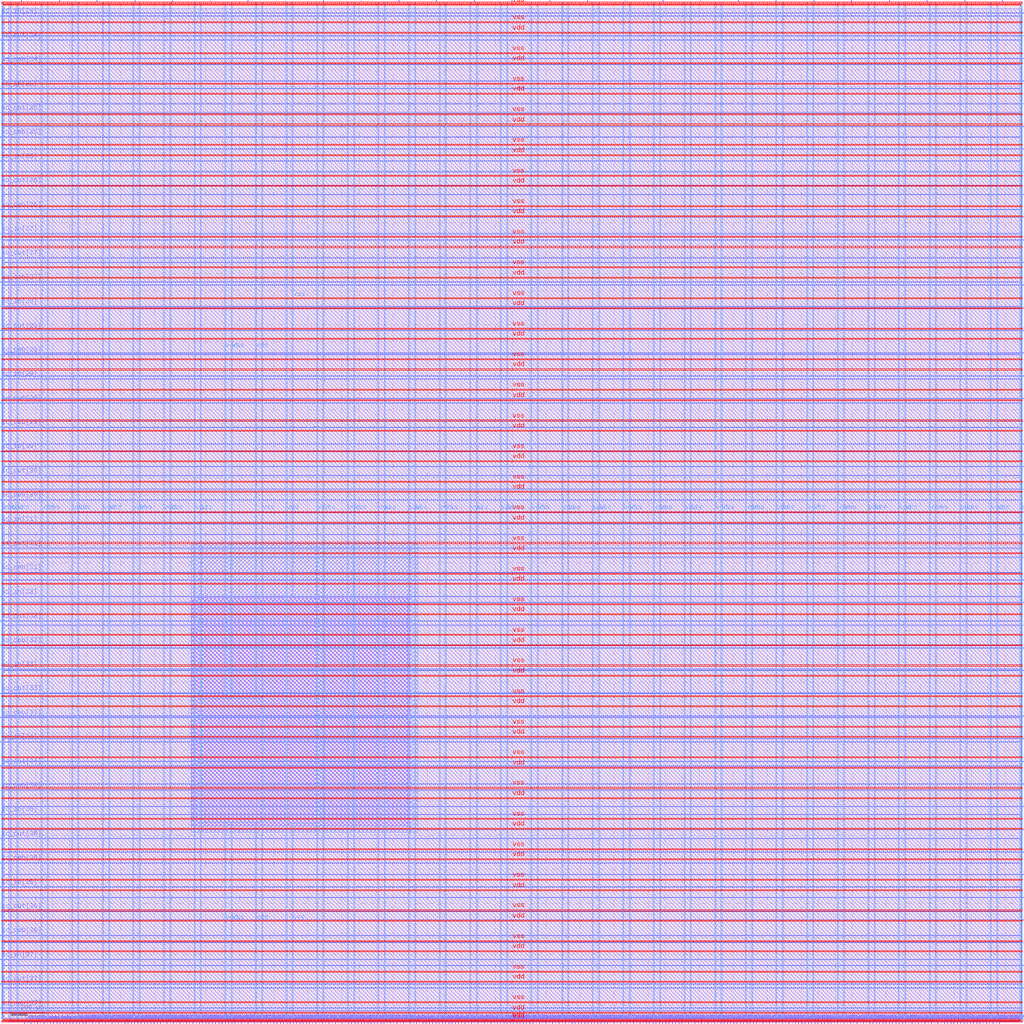
<source format=lef>
VERSION 5.7 ;
  NOWIREEXTENSIONATPIN ON ;
  DIVIDERCHAR "/" ;
  BUSBITCHARS "[]" ;
MACRO user_project_wrapper
  CLASS BLOCK ;
  FOREIGN user_project_wrapper ;
  ORIGIN 0.000 0.000 ;
  SIZE 3000.000 BY 3000.000 ;
  PIN io_in[0]
    DIRECTION INPUT ;
    USE SIGNAL ;
    PORT
      LAYER Metal3 ;
        RECT 2997.600 33.320 3004.800 34.440 ;
    END
  END io_in[0]
  PIN io_in[10]
    DIRECTION INPUT ;
    USE SIGNAL ;
    PORT
      LAYER Metal3 ;
        RECT 2997.600 2032.520 3004.800 2033.640 ;
    END
  END io_in[10]
  PIN io_in[11]
    DIRECTION INPUT ;
    USE SIGNAL ;
    PORT
      LAYER Metal3 ;
        RECT 2997.600 2232.440 3004.800 2233.560 ;
    END
  END io_in[11]
  PIN io_in[12]
    DIRECTION INPUT ;
    USE SIGNAL ;
    PORT
      LAYER Metal3 ;
        RECT 2997.600 2432.360 3004.800 2433.480 ;
    END
  END io_in[12]
  PIN io_in[13]
    DIRECTION INPUT ;
    USE SIGNAL ;
    PORT
      LAYER Metal3 ;
        RECT 2997.600 2632.280 3004.800 2633.400 ;
    END
  END io_in[13]
  PIN io_in[14]
    DIRECTION INPUT ;
    USE SIGNAL ;
    PORT
      LAYER Metal3 ;
        RECT 2997.600 2832.200 3004.800 2833.320 ;
    END
  END io_in[14]
  PIN io_in[15]
    DIRECTION INPUT ;
    USE SIGNAL ;
    PORT
      LAYER Metal2 ;
        RECT 2940.840 2997.600 2941.960 3004.800 ;
    END
  END io_in[15]
  PIN io_in[16]
    DIRECTION INPUT ;
    USE SIGNAL ;
    PORT
      LAYER Metal2 ;
        RECT 2608.200 2997.600 2609.320 3004.800 ;
    END
  END io_in[16]
  PIN io_in[17]
    DIRECTION INPUT ;
    USE SIGNAL ;
    PORT
      LAYER Metal2 ;
        RECT 2275.560 2997.600 2276.680 3004.800 ;
    END
  END io_in[17]
  PIN io_in[18]
    DIRECTION INPUT ;
    USE SIGNAL ;
    PORT
      LAYER Metal2 ;
        RECT 1942.920 2997.600 1944.040 3004.800 ;
    END
  END io_in[18]
  PIN io_in[19]
    DIRECTION INPUT ;
    USE SIGNAL ;
    PORT
      LAYER Metal2 ;
        RECT 1610.280 2997.600 1611.400 3004.800 ;
    END
  END io_in[19]
  PIN io_in[1]
    DIRECTION INPUT ;
    USE SIGNAL ;
    PORT
      LAYER Metal3 ;
        RECT 2997.600 233.240 3004.800 234.360 ;
    END
  END io_in[1]
  PIN io_in[20]
    DIRECTION INPUT ;
    USE SIGNAL ;
    PORT
      LAYER Metal2 ;
        RECT 1277.640 2997.600 1278.760 3004.800 ;
    END
  END io_in[20]
  PIN io_in[21]
    DIRECTION INPUT ;
    USE SIGNAL ;
    PORT
      LAYER Metal2 ;
        RECT 945.000 2997.600 946.120 3004.800 ;
    END
  END io_in[21]
  PIN io_in[22]
    DIRECTION INPUT ;
    USE SIGNAL ;
    PORT
      LAYER Metal2 ;
        RECT 612.360 2997.600 613.480 3004.800 ;
    END
  END io_in[22]
  PIN io_in[23]
    DIRECTION INPUT ;
    USE SIGNAL ;
    PORT
      LAYER Metal2 ;
        RECT 279.720 2997.600 280.840 3004.800 ;
    END
  END io_in[23]
  PIN io_in[24]
    DIRECTION INPUT ;
    USE SIGNAL ;
    PORT
      LAYER Metal3 ;
        RECT -4.800 2957.080 2.400 2958.200 ;
    END
  END io_in[24]
  PIN io_in[25]
    DIRECTION INPUT ;
    USE SIGNAL ;
    PORT
      LAYER Metal3 ;
        RECT -4.800 2743.720 2.400 2744.840 ;
    END
  END io_in[25]
  PIN io_in[26]
    DIRECTION INPUT ;
    USE SIGNAL ;
    PORT
      LAYER Metal3 ;
        RECT -4.800 2530.360 2.400 2531.480 ;
    END
  END io_in[26]
  PIN io_in[27]
    DIRECTION INPUT ;
    USE SIGNAL ;
    PORT
      LAYER Metal3 ;
        RECT -4.800 2317.000 2.400 2318.120 ;
    END
  END io_in[27]
  PIN io_in[28]
    DIRECTION INPUT ;
    USE SIGNAL ;
    PORT
      LAYER Metal3 ;
        RECT -4.800 2103.640 2.400 2104.760 ;
    END
  END io_in[28]
  PIN io_in[29]
    DIRECTION INPUT ;
    USE SIGNAL ;
    PORT
      LAYER Metal3 ;
        RECT -4.800 1890.280 2.400 1891.400 ;
    END
  END io_in[29]
  PIN io_in[2]
    DIRECTION INPUT ;
    USE SIGNAL ;
    PORT
      LAYER Metal3 ;
        RECT 2997.600 433.160 3004.800 434.280 ;
    END
  END io_in[2]
  PIN io_in[30]
    DIRECTION INPUT ;
    USE SIGNAL ;
    PORT
      LAYER Metal3 ;
        RECT -4.800 1676.920 2.400 1678.040 ;
    END
  END io_in[30]
  PIN io_in[31]
    DIRECTION INPUT ;
    USE SIGNAL ;
    PORT
      LAYER Metal3 ;
        RECT -4.800 1463.560 2.400 1464.680 ;
    END
  END io_in[31]
  PIN io_in[32]
    DIRECTION INPUT ;
    USE SIGNAL ;
    PORT
      LAYER Metal3 ;
        RECT -4.800 1250.200 2.400 1251.320 ;
    END
  END io_in[32]
  PIN io_in[33]
    DIRECTION INPUT ;
    USE SIGNAL ;
    PORT
      LAYER Metal3 ;
        RECT -4.800 1036.840 2.400 1037.960 ;
    END
  END io_in[33]
  PIN io_in[34]
    DIRECTION INPUT ;
    USE SIGNAL ;
    PORT
      LAYER Metal3 ;
        RECT -4.800 823.480 2.400 824.600 ;
    END
  END io_in[34]
  PIN io_in[35]
    DIRECTION INPUT ;
    USE SIGNAL ;
    PORT
      LAYER Metal3 ;
        RECT -4.800 610.120 2.400 611.240 ;
    END
  END io_in[35]
  PIN io_in[36]
    DIRECTION INPUT ;
    USE SIGNAL ;
    PORT
      LAYER Metal3 ;
        RECT -4.800 396.760 2.400 397.880 ;
    END
  END io_in[36]
  PIN io_in[37]
    DIRECTION INPUT ;
    USE SIGNAL ;
    PORT
      LAYER Metal3 ;
        RECT -4.800 183.400 2.400 184.520 ;
    END
  END io_in[37]
  PIN io_in[3]
    DIRECTION INPUT ;
    USE SIGNAL ;
    PORT
      LAYER Metal3 ;
        RECT 2997.600 633.080 3004.800 634.200 ;
    END
  END io_in[3]
  PIN io_in[4]
    DIRECTION INPUT ;
    USE SIGNAL ;
    PORT
      LAYER Metal3 ;
        RECT 2997.600 833.000 3004.800 834.120 ;
    END
  END io_in[4]
  PIN io_in[5]
    DIRECTION INPUT ;
    USE SIGNAL ;
    PORT
      LAYER Metal3 ;
        RECT 2997.600 1032.920 3004.800 1034.040 ;
    END
  END io_in[5]
  PIN io_in[6]
    DIRECTION INPUT ;
    USE SIGNAL ;
    PORT
      LAYER Metal3 ;
        RECT 2997.600 1232.840 3004.800 1233.960 ;
    END
  END io_in[6]
  PIN io_in[7]
    DIRECTION INPUT ;
    USE SIGNAL ;
    PORT
      LAYER Metal3 ;
        RECT 2997.600 1432.760 3004.800 1433.880 ;
    END
  END io_in[7]
  PIN io_in[8]
    DIRECTION INPUT ;
    USE SIGNAL ;
    PORT
      LAYER Metal3 ;
        RECT 2997.600 1632.680 3004.800 1633.800 ;
    END
  END io_in[8]
  PIN io_in[9]
    DIRECTION INPUT ;
    USE SIGNAL ;
    PORT
      LAYER Metal3 ;
        RECT 2997.600 1832.600 3004.800 1833.720 ;
    END
  END io_in[9]
  PIN io_oeb[0]
    DIRECTION OUTPUT TRISTATE ;
    USE SIGNAL ;
    PORT
      LAYER Metal3 ;
        RECT 2997.600 166.600 3004.800 167.720 ;
    END
  END io_oeb[0]
  PIN io_oeb[10]
    DIRECTION OUTPUT TRISTATE ;
    USE SIGNAL ;
    PORT
      LAYER Metal3 ;
        RECT 2997.600 2165.800 3004.800 2166.920 ;
    END
  END io_oeb[10]
  PIN io_oeb[11]
    DIRECTION OUTPUT TRISTATE ;
    USE SIGNAL ;
    PORT
      LAYER Metal3 ;
        RECT 2997.600 2365.720 3004.800 2366.840 ;
    END
  END io_oeb[11]
  PIN io_oeb[12]
    DIRECTION OUTPUT TRISTATE ;
    USE SIGNAL ;
    PORT
      LAYER Metal3 ;
        RECT 2997.600 2565.640 3004.800 2566.760 ;
    END
  END io_oeb[12]
  PIN io_oeb[13]
    DIRECTION OUTPUT TRISTATE ;
    USE SIGNAL ;
    PORT
      LAYER Metal3 ;
        RECT 2997.600 2765.560 3004.800 2766.680 ;
    END
  END io_oeb[13]
  PIN io_oeb[14]
    DIRECTION OUTPUT TRISTATE ;
    USE SIGNAL ;
    PORT
      LAYER Metal3 ;
        RECT 2997.600 2965.480 3004.800 2966.600 ;
    END
  END io_oeb[14]
  PIN io_oeb[15]
    DIRECTION OUTPUT TRISTATE ;
    USE SIGNAL ;
    PORT
      LAYER Metal2 ;
        RECT 2719.080 2997.600 2720.200 3004.800 ;
    END
  END io_oeb[15]
  PIN io_oeb[16]
    DIRECTION OUTPUT TRISTATE ;
    USE SIGNAL ;
    PORT
      LAYER Metal2 ;
        RECT 2386.440 2997.600 2387.560 3004.800 ;
    END
  END io_oeb[16]
  PIN io_oeb[17]
    DIRECTION OUTPUT TRISTATE ;
    USE SIGNAL ;
    PORT
      LAYER Metal2 ;
        RECT 2053.800 2997.600 2054.920 3004.800 ;
    END
  END io_oeb[17]
  PIN io_oeb[18]
    DIRECTION OUTPUT TRISTATE ;
    USE SIGNAL ;
    PORT
      LAYER Metal2 ;
        RECT 1721.160 2997.600 1722.280 3004.800 ;
    END
  END io_oeb[18]
  PIN io_oeb[19]
    DIRECTION OUTPUT TRISTATE ;
    USE SIGNAL ;
    PORT
      LAYER Metal2 ;
        RECT 1388.520 2997.600 1389.640 3004.800 ;
    END
  END io_oeb[19]
  PIN io_oeb[1]
    DIRECTION OUTPUT TRISTATE ;
    USE SIGNAL ;
    PORT
      LAYER Metal3 ;
        RECT 2997.600 366.520 3004.800 367.640 ;
    END
  END io_oeb[1]
  PIN io_oeb[20]
    DIRECTION OUTPUT TRISTATE ;
    USE SIGNAL ;
    PORT
      LAYER Metal2 ;
        RECT 1055.880 2997.600 1057.000 3004.800 ;
    END
  END io_oeb[20]
  PIN io_oeb[21]
    DIRECTION OUTPUT TRISTATE ;
    USE SIGNAL ;
    PORT
      LAYER Metal2 ;
        RECT 723.240 2997.600 724.360 3004.800 ;
    END
  END io_oeb[21]
  PIN io_oeb[22]
    DIRECTION OUTPUT TRISTATE ;
    USE SIGNAL ;
    PORT
      LAYER Metal2 ;
        RECT 390.600 2997.600 391.720 3004.800 ;
    END
  END io_oeb[22]
  PIN io_oeb[23]
    DIRECTION OUTPUT TRISTATE ;
    USE SIGNAL ;
    PORT
      LAYER Metal2 ;
        RECT 57.960 2997.600 59.080 3004.800 ;
    END
  END io_oeb[23]
  PIN io_oeb[24]
    DIRECTION OUTPUT TRISTATE ;
    USE SIGNAL ;
    PORT
      LAYER Metal3 ;
        RECT -4.800 2814.840 2.400 2815.960 ;
    END
  END io_oeb[24]
  PIN io_oeb[25]
    DIRECTION OUTPUT TRISTATE ;
    USE SIGNAL ;
    PORT
      LAYER Metal3 ;
        RECT -4.800 2601.480 2.400 2602.600 ;
    END
  END io_oeb[25]
  PIN io_oeb[26]
    DIRECTION OUTPUT TRISTATE ;
    USE SIGNAL ;
    PORT
      LAYER Metal3 ;
        RECT -4.800 2388.120 2.400 2389.240 ;
    END
  END io_oeb[26]
  PIN io_oeb[27]
    DIRECTION OUTPUT TRISTATE ;
    USE SIGNAL ;
    PORT
      LAYER Metal3 ;
        RECT -4.800 2174.760 2.400 2175.880 ;
    END
  END io_oeb[27]
  PIN io_oeb[28]
    DIRECTION OUTPUT TRISTATE ;
    USE SIGNAL ;
    PORT
      LAYER Metal3 ;
        RECT -4.800 1961.400 2.400 1962.520 ;
    END
  END io_oeb[28]
  PIN io_oeb[29]
    DIRECTION OUTPUT TRISTATE ;
    USE SIGNAL ;
    PORT
      LAYER Metal3 ;
        RECT -4.800 1748.040 2.400 1749.160 ;
    END
  END io_oeb[29]
  PIN io_oeb[2]
    DIRECTION OUTPUT TRISTATE ;
    USE SIGNAL ;
    PORT
      LAYER Metal3 ;
        RECT 2997.600 566.440 3004.800 567.560 ;
    END
  END io_oeb[2]
  PIN io_oeb[30]
    DIRECTION OUTPUT TRISTATE ;
    USE SIGNAL ;
    PORT
      LAYER Metal3 ;
        RECT -4.800 1534.680 2.400 1535.800 ;
    END
  END io_oeb[30]
  PIN io_oeb[31]
    DIRECTION OUTPUT TRISTATE ;
    USE SIGNAL ;
    PORT
      LAYER Metal3 ;
        RECT -4.800 1321.320 2.400 1322.440 ;
    END
  END io_oeb[31]
  PIN io_oeb[32]
    DIRECTION OUTPUT TRISTATE ;
    USE SIGNAL ;
    PORT
      LAYER Metal3 ;
        RECT -4.800 1107.960 2.400 1109.080 ;
    END
  END io_oeb[32]
  PIN io_oeb[33]
    DIRECTION OUTPUT TRISTATE ;
    USE SIGNAL ;
    PORT
      LAYER Metal3 ;
        RECT -4.800 894.600 2.400 895.720 ;
    END
  END io_oeb[33]
  PIN io_oeb[34]
    DIRECTION OUTPUT TRISTATE ;
    USE SIGNAL ;
    PORT
      LAYER Metal3 ;
        RECT -4.800 681.240 2.400 682.360 ;
    END
  END io_oeb[34]
  PIN io_oeb[35]
    DIRECTION OUTPUT TRISTATE ;
    USE SIGNAL ;
    PORT
      LAYER Metal3 ;
        RECT -4.800 467.880 2.400 469.000 ;
    END
  END io_oeb[35]
  PIN io_oeb[36]
    DIRECTION OUTPUT TRISTATE ;
    USE SIGNAL ;
    PORT
      LAYER Metal3 ;
        RECT -4.800 254.520 2.400 255.640 ;
    END
  END io_oeb[36]
  PIN io_oeb[37]
    DIRECTION OUTPUT TRISTATE ;
    USE SIGNAL ;
    PORT
      LAYER Metal3 ;
        RECT -4.800 41.160 2.400 42.280 ;
    END
  END io_oeb[37]
  PIN io_oeb[3]
    DIRECTION OUTPUT TRISTATE ;
    USE SIGNAL ;
    PORT
      LAYER Metal3 ;
        RECT 2997.600 766.360 3004.800 767.480 ;
    END
  END io_oeb[3]
  PIN io_oeb[4]
    DIRECTION OUTPUT TRISTATE ;
    USE SIGNAL ;
    PORT
      LAYER Metal3 ;
        RECT 2997.600 966.280 3004.800 967.400 ;
    END
  END io_oeb[4]
  PIN io_oeb[5]
    DIRECTION OUTPUT TRISTATE ;
    USE SIGNAL ;
    PORT
      LAYER Metal3 ;
        RECT 2997.600 1166.200 3004.800 1167.320 ;
    END
  END io_oeb[5]
  PIN io_oeb[6]
    DIRECTION OUTPUT TRISTATE ;
    USE SIGNAL ;
    PORT
      LAYER Metal3 ;
        RECT 2997.600 1366.120 3004.800 1367.240 ;
    END
  END io_oeb[6]
  PIN io_oeb[7]
    DIRECTION OUTPUT TRISTATE ;
    USE SIGNAL ;
    PORT
      LAYER Metal3 ;
        RECT 2997.600 1566.040 3004.800 1567.160 ;
    END
  END io_oeb[7]
  PIN io_oeb[8]
    DIRECTION OUTPUT TRISTATE ;
    USE SIGNAL ;
    PORT
      LAYER Metal3 ;
        RECT 2997.600 1765.960 3004.800 1767.080 ;
    END
  END io_oeb[8]
  PIN io_oeb[9]
    DIRECTION OUTPUT TRISTATE ;
    USE SIGNAL ;
    PORT
      LAYER Metal3 ;
        RECT 2997.600 1965.880 3004.800 1967.000 ;
    END
  END io_oeb[9]
  PIN io_out[0]
    DIRECTION OUTPUT TRISTATE ;
    USE SIGNAL ;
    PORT
      LAYER Metal3 ;
        RECT 2997.600 99.960 3004.800 101.080 ;
    END
  END io_out[0]
  PIN io_out[10]
    DIRECTION OUTPUT TRISTATE ;
    USE SIGNAL ;
    PORT
      LAYER Metal3 ;
        RECT 2997.600 2099.160 3004.800 2100.280 ;
    END
  END io_out[10]
  PIN io_out[11]
    DIRECTION OUTPUT TRISTATE ;
    USE SIGNAL ;
    PORT
      LAYER Metal3 ;
        RECT 2997.600 2299.080 3004.800 2300.200 ;
    END
  END io_out[11]
  PIN io_out[12]
    DIRECTION OUTPUT TRISTATE ;
    USE SIGNAL ;
    PORT
      LAYER Metal3 ;
        RECT 2997.600 2499.000 3004.800 2500.120 ;
    END
  END io_out[12]
  PIN io_out[13]
    DIRECTION OUTPUT TRISTATE ;
    USE SIGNAL ;
    PORT
      LAYER Metal3 ;
        RECT 2997.600 2698.920 3004.800 2700.040 ;
    END
  END io_out[13]
  PIN io_out[14]
    DIRECTION OUTPUT TRISTATE ;
    USE SIGNAL ;
    PORT
      LAYER Metal3 ;
        RECT 2997.600 2898.840 3004.800 2899.960 ;
    END
  END io_out[14]
  PIN io_out[15]
    DIRECTION OUTPUT TRISTATE ;
    USE SIGNAL ;
    PORT
      LAYER Metal2 ;
        RECT 2829.960 2997.600 2831.080 3004.800 ;
    END
  END io_out[15]
  PIN io_out[16]
    DIRECTION OUTPUT TRISTATE ;
    USE SIGNAL ;
    PORT
      LAYER Metal2 ;
        RECT 2497.320 2997.600 2498.440 3004.800 ;
    END
  END io_out[16]
  PIN io_out[17]
    DIRECTION OUTPUT TRISTATE ;
    USE SIGNAL ;
    PORT
      LAYER Metal2 ;
        RECT 2164.680 2997.600 2165.800 3004.800 ;
    END
  END io_out[17]
  PIN io_out[18]
    DIRECTION OUTPUT TRISTATE ;
    USE SIGNAL ;
    PORT
      LAYER Metal2 ;
        RECT 1832.040 2997.600 1833.160 3004.800 ;
    END
  END io_out[18]
  PIN io_out[19]
    DIRECTION OUTPUT TRISTATE ;
    USE SIGNAL ;
    PORT
      LAYER Metal2 ;
        RECT 1499.400 2997.600 1500.520 3004.800 ;
    END
  END io_out[19]
  PIN io_out[1]
    DIRECTION OUTPUT TRISTATE ;
    USE SIGNAL ;
    PORT
      LAYER Metal3 ;
        RECT 2997.600 299.880 3004.800 301.000 ;
    END
  END io_out[1]
  PIN io_out[20]
    DIRECTION OUTPUT TRISTATE ;
    USE SIGNAL ;
    PORT
      LAYER Metal2 ;
        RECT 1166.760 2997.600 1167.880 3004.800 ;
    END
  END io_out[20]
  PIN io_out[21]
    DIRECTION OUTPUT TRISTATE ;
    USE SIGNAL ;
    PORT
      LAYER Metal2 ;
        RECT 834.120 2997.600 835.240 3004.800 ;
    END
  END io_out[21]
  PIN io_out[22]
    DIRECTION OUTPUT TRISTATE ;
    USE SIGNAL ;
    PORT
      LAYER Metal2 ;
        RECT 501.480 2997.600 502.600 3004.800 ;
    END
  END io_out[22]
  PIN io_out[23]
    DIRECTION OUTPUT TRISTATE ;
    USE SIGNAL ;
    PORT
      LAYER Metal2 ;
        RECT 168.840 2997.600 169.960 3004.800 ;
    END
  END io_out[23]
  PIN io_out[24]
    DIRECTION OUTPUT TRISTATE ;
    USE SIGNAL ;
    PORT
      LAYER Metal3 ;
        RECT -4.800 2885.960 2.400 2887.080 ;
    END
  END io_out[24]
  PIN io_out[25]
    DIRECTION OUTPUT TRISTATE ;
    USE SIGNAL ;
    PORT
      LAYER Metal3 ;
        RECT -4.800 2672.600 2.400 2673.720 ;
    END
  END io_out[25]
  PIN io_out[26]
    DIRECTION OUTPUT TRISTATE ;
    USE SIGNAL ;
    PORT
      LAYER Metal3 ;
        RECT -4.800 2459.240 2.400 2460.360 ;
    END
  END io_out[26]
  PIN io_out[27]
    DIRECTION OUTPUT TRISTATE ;
    USE SIGNAL ;
    PORT
      LAYER Metal3 ;
        RECT -4.800 2245.880 2.400 2247.000 ;
    END
  END io_out[27]
  PIN io_out[28]
    DIRECTION OUTPUT TRISTATE ;
    USE SIGNAL ;
    PORT
      LAYER Metal3 ;
        RECT -4.800 2032.520 2.400 2033.640 ;
    END
  END io_out[28]
  PIN io_out[29]
    DIRECTION OUTPUT TRISTATE ;
    USE SIGNAL ;
    PORT
      LAYER Metal3 ;
        RECT -4.800 1819.160 2.400 1820.280 ;
    END
  END io_out[29]
  PIN io_out[2]
    DIRECTION OUTPUT TRISTATE ;
    USE SIGNAL ;
    PORT
      LAYER Metal3 ;
        RECT 2997.600 499.800 3004.800 500.920 ;
    END
  END io_out[2]
  PIN io_out[30]
    DIRECTION OUTPUT TRISTATE ;
    USE SIGNAL ;
    PORT
      LAYER Metal3 ;
        RECT -4.800 1605.800 2.400 1606.920 ;
    END
  END io_out[30]
  PIN io_out[31]
    DIRECTION OUTPUT TRISTATE ;
    USE SIGNAL ;
    PORT
      LAYER Metal3 ;
        RECT -4.800 1392.440 2.400 1393.560 ;
    END
  END io_out[31]
  PIN io_out[32]
    DIRECTION OUTPUT TRISTATE ;
    USE SIGNAL ;
    PORT
      LAYER Metal3 ;
        RECT -4.800 1179.080 2.400 1180.200 ;
    END
  END io_out[32]
  PIN io_out[33]
    DIRECTION OUTPUT TRISTATE ;
    USE SIGNAL ;
    PORT
      LAYER Metal3 ;
        RECT -4.800 965.720 2.400 966.840 ;
    END
  END io_out[33]
  PIN io_out[34]
    DIRECTION OUTPUT TRISTATE ;
    USE SIGNAL ;
    PORT
      LAYER Metal3 ;
        RECT -4.800 752.360 2.400 753.480 ;
    END
  END io_out[34]
  PIN io_out[35]
    DIRECTION OUTPUT TRISTATE ;
    USE SIGNAL ;
    PORT
      LAYER Metal3 ;
        RECT -4.800 539.000 2.400 540.120 ;
    END
  END io_out[35]
  PIN io_out[36]
    DIRECTION OUTPUT TRISTATE ;
    USE SIGNAL ;
    PORT
      LAYER Metal3 ;
        RECT -4.800 325.640 2.400 326.760 ;
    END
  END io_out[36]
  PIN io_out[37]
    DIRECTION OUTPUT TRISTATE ;
    USE SIGNAL ;
    PORT
      LAYER Metal3 ;
        RECT -4.800 112.280 2.400 113.400 ;
    END
  END io_out[37]
  PIN io_out[3]
    DIRECTION OUTPUT TRISTATE ;
    USE SIGNAL ;
    PORT
      LAYER Metal3 ;
        RECT 2997.600 699.720 3004.800 700.840 ;
    END
  END io_out[3]
  PIN io_out[4]
    DIRECTION OUTPUT TRISTATE ;
    USE SIGNAL ;
    PORT
      LAYER Metal3 ;
        RECT 2997.600 899.640 3004.800 900.760 ;
    END
  END io_out[4]
  PIN io_out[5]
    DIRECTION OUTPUT TRISTATE ;
    USE SIGNAL ;
    PORT
      LAYER Metal3 ;
        RECT 2997.600 1099.560 3004.800 1100.680 ;
    END
  END io_out[5]
  PIN io_out[6]
    DIRECTION OUTPUT TRISTATE ;
    USE SIGNAL ;
    PORT
      LAYER Metal3 ;
        RECT 2997.600 1299.480 3004.800 1300.600 ;
    END
  END io_out[6]
  PIN io_out[7]
    DIRECTION OUTPUT TRISTATE ;
    USE SIGNAL ;
    PORT
      LAYER Metal3 ;
        RECT 2997.600 1499.400 3004.800 1500.520 ;
    END
  END io_out[7]
  PIN io_out[8]
    DIRECTION OUTPUT TRISTATE ;
    USE SIGNAL ;
    PORT
      LAYER Metal3 ;
        RECT 2997.600 1699.320 3004.800 1700.440 ;
    END
  END io_out[8]
  PIN io_out[9]
    DIRECTION OUTPUT TRISTATE ;
    USE SIGNAL ;
    PORT
      LAYER Metal3 ;
        RECT 2997.600 1899.240 3004.800 1900.360 ;
    END
  END io_out[9]
  PIN la_data_in[0]
    DIRECTION INPUT ;
    USE SIGNAL ;
    PORT
      LAYER Metal2 ;
        RECT 1075.480 -4.800 1076.600 2.400 ;
    END
  END la_data_in[0]
  PIN la_data_in[10]
    DIRECTION INPUT ;
    USE SIGNAL ;
    PORT
      LAYER Metal2 ;
        RECT 1361.080 -4.800 1362.200 2.400 ;
    END
  END la_data_in[10]
  PIN la_data_in[11]
    DIRECTION INPUT ;
    USE SIGNAL ;
    PORT
      LAYER Metal2 ;
        RECT 1389.640 -4.800 1390.760 2.400 ;
    END
  END la_data_in[11]
  PIN la_data_in[12]
    DIRECTION INPUT ;
    USE SIGNAL ;
    PORT
      LAYER Metal2 ;
        RECT 1418.200 -4.800 1419.320 2.400 ;
    END
  END la_data_in[12]
  PIN la_data_in[13]
    DIRECTION INPUT ;
    USE SIGNAL ;
    PORT
      LAYER Metal2 ;
        RECT 1446.760 -4.800 1447.880 2.400 ;
    END
  END la_data_in[13]
  PIN la_data_in[14]
    DIRECTION INPUT ;
    USE SIGNAL ;
    PORT
      LAYER Metal2 ;
        RECT 1475.320 -4.800 1476.440 2.400 ;
    END
  END la_data_in[14]
  PIN la_data_in[15]
    DIRECTION INPUT ;
    USE SIGNAL ;
    PORT
      LAYER Metal2 ;
        RECT 1503.880 -4.800 1505.000 2.400 ;
    END
  END la_data_in[15]
  PIN la_data_in[16]
    DIRECTION INPUT ;
    USE SIGNAL ;
    PORT
      LAYER Metal2 ;
        RECT 1532.440 -4.800 1533.560 2.400 ;
    END
  END la_data_in[16]
  PIN la_data_in[17]
    DIRECTION INPUT ;
    USE SIGNAL ;
    PORT
      LAYER Metal2 ;
        RECT 1561.000 -4.800 1562.120 2.400 ;
    END
  END la_data_in[17]
  PIN la_data_in[18]
    DIRECTION INPUT ;
    USE SIGNAL ;
    PORT
      LAYER Metal2 ;
        RECT 1589.560 -4.800 1590.680 2.400 ;
    END
  END la_data_in[18]
  PIN la_data_in[19]
    DIRECTION INPUT ;
    USE SIGNAL ;
    PORT
      LAYER Metal2 ;
        RECT 1618.120 -4.800 1619.240 2.400 ;
    END
  END la_data_in[19]
  PIN la_data_in[1]
    DIRECTION INPUT ;
    USE SIGNAL ;
    PORT
      LAYER Metal2 ;
        RECT 1104.040 -4.800 1105.160 2.400 ;
    END
  END la_data_in[1]
  PIN la_data_in[20]
    DIRECTION INPUT ;
    USE SIGNAL ;
    PORT
      LAYER Metal2 ;
        RECT 1646.680 -4.800 1647.800 2.400 ;
    END
  END la_data_in[20]
  PIN la_data_in[21]
    DIRECTION INPUT ;
    USE SIGNAL ;
    PORT
      LAYER Metal2 ;
        RECT 1675.240 -4.800 1676.360 2.400 ;
    END
  END la_data_in[21]
  PIN la_data_in[22]
    DIRECTION INPUT ;
    USE SIGNAL ;
    PORT
      LAYER Metal2 ;
        RECT 1703.800 -4.800 1704.920 2.400 ;
    END
  END la_data_in[22]
  PIN la_data_in[23]
    DIRECTION INPUT ;
    USE SIGNAL ;
    PORT
      LAYER Metal2 ;
        RECT 1732.360 -4.800 1733.480 2.400 ;
    END
  END la_data_in[23]
  PIN la_data_in[24]
    DIRECTION INPUT ;
    USE SIGNAL ;
    PORT
      LAYER Metal2 ;
        RECT 1760.920 -4.800 1762.040 2.400 ;
    END
  END la_data_in[24]
  PIN la_data_in[25]
    DIRECTION INPUT ;
    USE SIGNAL ;
    PORT
      LAYER Metal2 ;
        RECT 1789.480 -4.800 1790.600 2.400 ;
    END
  END la_data_in[25]
  PIN la_data_in[26]
    DIRECTION INPUT ;
    USE SIGNAL ;
    PORT
      LAYER Metal2 ;
        RECT 1818.040 -4.800 1819.160 2.400 ;
    END
  END la_data_in[26]
  PIN la_data_in[27]
    DIRECTION INPUT ;
    USE SIGNAL ;
    PORT
      LAYER Metal2 ;
        RECT 1846.600 -4.800 1847.720 2.400 ;
    END
  END la_data_in[27]
  PIN la_data_in[28]
    DIRECTION INPUT ;
    USE SIGNAL ;
    PORT
      LAYER Metal2 ;
        RECT 1875.160 -4.800 1876.280 2.400 ;
    END
  END la_data_in[28]
  PIN la_data_in[29]
    DIRECTION INPUT ;
    USE SIGNAL ;
    PORT
      LAYER Metal2 ;
        RECT 1903.720 -4.800 1904.840 2.400 ;
    END
  END la_data_in[29]
  PIN la_data_in[2]
    DIRECTION INPUT ;
    USE SIGNAL ;
    PORT
      LAYER Metal2 ;
        RECT 1132.600 -4.800 1133.720 2.400 ;
    END
  END la_data_in[2]
  PIN la_data_in[30]
    DIRECTION INPUT ;
    USE SIGNAL ;
    PORT
      LAYER Metal2 ;
        RECT 1932.280 -4.800 1933.400 2.400 ;
    END
  END la_data_in[30]
  PIN la_data_in[31]
    DIRECTION INPUT ;
    USE SIGNAL ;
    PORT
      LAYER Metal2 ;
        RECT 1960.840 -4.800 1961.960 2.400 ;
    END
  END la_data_in[31]
  PIN la_data_in[32]
    DIRECTION INPUT ;
    USE SIGNAL ;
    PORT
      LAYER Metal2 ;
        RECT 1989.400 -4.800 1990.520 2.400 ;
    END
  END la_data_in[32]
  PIN la_data_in[33]
    DIRECTION INPUT ;
    USE SIGNAL ;
    PORT
      LAYER Metal2 ;
        RECT 2017.960 -4.800 2019.080 2.400 ;
    END
  END la_data_in[33]
  PIN la_data_in[34]
    DIRECTION INPUT ;
    USE SIGNAL ;
    PORT
      LAYER Metal2 ;
        RECT 2046.520 -4.800 2047.640 2.400 ;
    END
  END la_data_in[34]
  PIN la_data_in[35]
    DIRECTION INPUT ;
    USE SIGNAL ;
    PORT
      LAYER Metal2 ;
        RECT 2075.080 -4.800 2076.200 2.400 ;
    END
  END la_data_in[35]
  PIN la_data_in[36]
    DIRECTION INPUT ;
    USE SIGNAL ;
    PORT
      LAYER Metal2 ;
        RECT 2103.640 -4.800 2104.760 2.400 ;
    END
  END la_data_in[36]
  PIN la_data_in[37]
    DIRECTION INPUT ;
    USE SIGNAL ;
    PORT
      LAYER Metal2 ;
        RECT 2132.200 -4.800 2133.320 2.400 ;
    END
  END la_data_in[37]
  PIN la_data_in[38]
    DIRECTION INPUT ;
    USE SIGNAL ;
    PORT
      LAYER Metal2 ;
        RECT 2160.760 -4.800 2161.880 2.400 ;
    END
  END la_data_in[38]
  PIN la_data_in[39]
    DIRECTION INPUT ;
    USE SIGNAL ;
    PORT
      LAYER Metal2 ;
        RECT 2189.320 -4.800 2190.440 2.400 ;
    END
  END la_data_in[39]
  PIN la_data_in[3]
    DIRECTION INPUT ;
    USE SIGNAL ;
    PORT
      LAYER Metal2 ;
        RECT 1161.160 -4.800 1162.280 2.400 ;
    END
  END la_data_in[3]
  PIN la_data_in[40]
    DIRECTION INPUT ;
    USE SIGNAL ;
    PORT
      LAYER Metal2 ;
        RECT 2217.880 -4.800 2219.000 2.400 ;
    END
  END la_data_in[40]
  PIN la_data_in[41]
    DIRECTION INPUT ;
    USE SIGNAL ;
    PORT
      LAYER Metal2 ;
        RECT 2246.440 -4.800 2247.560 2.400 ;
    END
  END la_data_in[41]
  PIN la_data_in[42]
    DIRECTION INPUT ;
    USE SIGNAL ;
    PORT
      LAYER Metal2 ;
        RECT 2275.000 -4.800 2276.120 2.400 ;
    END
  END la_data_in[42]
  PIN la_data_in[43]
    DIRECTION INPUT ;
    USE SIGNAL ;
    PORT
      LAYER Metal2 ;
        RECT 2303.560 -4.800 2304.680 2.400 ;
    END
  END la_data_in[43]
  PIN la_data_in[44]
    DIRECTION INPUT ;
    USE SIGNAL ;
    PORT
      LAYER Metal2 ;
        RECT 2332.120 -4.800 2333.240 2.400 ;
    END
  END la_data_in[44]
  PIN la_data_in[45]
    DIRECTION INPUT ;
    USE SIGNAL ;
    PORT
      LAYER Metal2 ;
        RECT 2360.680 -4.800 2361.800 2.400 ;
    END
  END la_data_in[45]
  PIN la_data_in[46]
    DIRECTION INPUT ;
    USE SIGNAL ;
    PORT
      LAYER Metal2 ;
        RECT 2389.240 -4.800 2390.360 2.400 ;
    END
  END la_data_in[46]
  PIN la_data_in[47]
    DIRECTION INPUT ;
    USE SIGNAL ;
    PORT
      LAYER Metal2 ;
        RECT 2417.800 -4.800 2418.920 2.400 ;
    END
  END la_data_in[47]
  PIN la_data_in[48]
    DIRECTION INPUT ;
    USE SIGNAL ;
    PORT
      LAYER Metal2 ;
        RECT 2446.360 -4.800 2447.480 2.400 ;
    END
  END la_data_in[48]
  PIN la_data_in[49]
    DIRECTION INPUT ;
    USE SIGNAL ;
    PORT
      LAYER Metal2 ;
        RECT 2474.920 -4.800 2476.040 2.400 ;
    END
  END la_data_in[49]
  PIN la_data_in[4]
    DIRECTION INPUT ;
    USE SIGNAL ;
    PORT
      LAYER Metal2 ;
        RECT 1189.720 -4.800 1190.840 2.400 ;
    END
  END la_data_in[4]
  PIN la_data_in[50]
    DIRECTION INPUT ;
    USE SIGNAL ;
    PORT
      LAYER Metal2 ;
        RECT 2503.480 -4.800 2504.600 2.400 ;
    END
  END la_data_in[50]
  PIN la_data_in[51]
    DIRECTION INPUT ;
    USE SIGNAL ;
    PORT
      LAYER Metal2 ;
        RECT 2532.040 -4.800 2533.160 2.400 ;
    END
  END la_data_in[51]
  PIN la_data_in[52]
    DIRECTION INPUT ;
    USE SIGNAL ;
    PORT
      LAYER Metal2 ;
        RECT 2560.600 -4.800 2561.720 2.400 ;
    END
  END la_data_in[52]
  PIN la_data_in[53]
    DIRECTION INPUT ;
    USE SIGNAL ;
    PORT
      LAYER Metal2 ;
        RECT 2589.160 -4.800 2590.280 2.400 ;
    END
  END la_data_in[53]
  PIN la_data_in[54]
    DIRECTION INPUT ;
    USE SIGNAL ;
    PORT
      LAYER Metal2 ;
        RECT 2617.720 -4.800 2618.840 2.400 ;
    END
  END la_data_in[54]
  PIN la_data_in[55]
    DIRECTION INPUT ;
    USE SIGNAL ;
    PORT
      LAYER Metal2 ;
        RECT 2646.280 -4.800 2647.400 2.400 ;
    END
  END la_data_in[55]
  PIN la_data_in[56]
    DIRECTION INPUT ;
    USE SIGNAL ;
    PORT
      LAYER Metal2 ;
        RECT 2674.840 -4.800 2675.960 2.400 ;
    END
  END la_data_in[56]
  PIN la_data_in[57]
    DIRECTION INPUT ;
    USE SIGNAL ;
    PORT
      LAYER Metal2 ;
        RECT 2703.400 -4.800 2704.520 2.400 ;
    END
  END la_data_in[57]
  PIN la_data_in[58]
    DIRECTION INPUT ;
    USE SIGNAL ;
    PORT
      LAYER Metal2 ;
        RECT 2731.960 -4.800 2733.080 2.400 ;
    END
  END la_data_in[58]
  PIN la_data_in[59]
    DIRECTION INPUT ;
    USE SIGNAL ;
    PORT
      LAYER Metal2 ;
        RECT 2760.520 -4.800 2761.640 2.400 ;
    END
  END la_data_in[59]
  PIN la_data_in[5]
    DIRECTION INPUT ;
    USE SIGNAL ;
    PORT
      LAYER Metal2 ;
        RECT 1218.280 -4.800 1219.400 2.400 ;
    END
  END la_data_in[5]
  PIN la_data_in[60]
    DIRECTION INPUT ;
    USE SIGNAL ;
    PORT
      LAYER Metal2 ;
        RECT 2789.080 -4.800 2790.200 2.400 ;
    END
  END la_data_in[60]
  PIN la_data_in[61]
    DIRECTION INPUT ;
    USE SIGNAL ;
    PORT
      LAYER Metal2 ;
        RECT 2817.640 -4.800 2818.760 2.400 ;
    END
  END la_data_in[61]
  PIN la_data_in[62]
    DIRECTION INPUT ;
    USE SIGNAL ;
    PORT
      LAYER Metal2 ;
        RECT 2846.200 -4.800 2847.320 2.400 ;
    END
  END la_data_in[62]
  PIN la_data_in[63]
    DIRECTION INPUT ;
    USE SIGNAL ;
    PORT
      LAYER Metal2 ;
        RECT 2874.760 -4.800 2875.880 2.400 ;
    END
  END la_data_in[63]
  PIN la_data_in[6]
    DIRECTION INPUT ;
    USE SIGNAL ;
    PORT
      LAYER Metal2 ;
        RECT 1246.840 -4.800 1247.960 2.400 ;
    END
  END la_data_in[6]
  PIN la_data_in[7]
    DIRECTION INPUT ;
    USE SIGNAL ;
    PORT
      LAYER Metal2 ;
        RECT 1275.400 -4.800 1276.520 2.400 ;
    END
  END la_data_in[7]
  PIN la_data_in[8]
    DIRECTION INPUT ;
    USE SIGNAL ;
    PORT
      LAYER Metal2 ;
        RECT 1303.960 -4.800 1305.080 2.400 ;
    END
  END la_data_in[8]
  PIN la_data_in[9]
    DIRECTION INPUT ;
    USE SIGNAL ;
    PORT
      LAYER Metal2 ;
        RECT 1332.520 -4.800 1333.640 2.400 ;
    END
  END la_data_in[9]
  PIN la_data_out[0]
    DIRECTION OUTPUT TRISTATE ;
    USE SIGNAL ;
    PORT
      LAYER Metal2 ;
        RECT 1085.000 -4.800 1086.120 2.400 ;
    END
  END la_data_out[0]
  PIN la_data_out[10]
    DIRECTION OUTPUT TRISTATE ;
    USE SIGNAL ;
    PORT
      LAYER Metal2 ;
        RECT 1370.600 -4.800 1371.720 2.400 ;
    END
  END la_data_out[10]
  PIN la_data_out[11]
    DIRECTION OUTPUT TRISTATE ;
    USE SIGNAL ;
    PORT
      LAYER Metal2 ;
        RECT 1399.160 -4.800 1400.280 2.400 ;
    END
  END la_data_out[11]
  PIN la_data_out[12]
    DIRECTION OUTPUT TRISTATE ;
    USE SIGNAL ;
    PORT
      LAYER Metal2 ;
        RECT 1427.720 -4.800 1428.840 2.400 ;
    END
  END la_data_out[12]
  PIN la_data_out[13]
    DIRECTION OUTPUT TRISTATE ;
    USE SIGNAL ;
    PORT
      LAYER Metal2 ;
        RECT 1456.280 -4.800 1457.400 2.400 ;
    END
  END la_data_out[13]
  PIN la_data_out[14]
    DIRECTION OUTPUT TRISTATE ;
    USE SIGNAL ;
    PORT
      LAYER Metal2 ;
        RECT 1484.840 -4.800 1485.960 2.400 ;
    END
  END la_data_out[14]
  PIN la_data_out[15]
    DIRECTION OUTPUT TRISTATE ;
    USE SIGNAL ;
    PORT
      LAYER Metal2 ;
        RECT 1513.400 -4.800 1514.520 2.400 ;
    END
  END la_data_out[15]
  PIN la_data_out[16]
    DIRECTION OUTPUT TRISTATE ;
    USE SIGNAL ;
    PORT
      LAYER Metal2 ;
        RECT 1541.960 -4.800 1543.080 2.400 ;
    END
  END la_data_out[16]
  PIN la_data_out[17]
    DIRECTION OUTPUT TRISTATE ;
    USE SIGNAL ;
    PORT
      LAYER Metal2 ;
        RECT 1570.520 -4.800 1571.640 2.400 ;
    END
  END la_data_out[17]
  PIN la_data_out[18]
    DIRECTION OUTPUT TRISTATE ;
    USE SIGNAL ;
    PORT
      LAYER Metal2 ;
        RECT 1599.080 -4.800 1600.200 2.400 ;
    END
  END la_data_out[18]
  PIN la_data_out[19]
    DIRECTION OUTPUT TRISTATE ;
    USE SIGNAL ;
    PORT
      LAYER Metal2 ;
        RECT 1627.640 -4.800 1628.760 2.400 ;
    END
  END la_data_out[19]
  PIN la_data_out[1]
    DIRECTION OUTPUT TRISTATE ;
    USE SIGNAL ;
    PORT
      LAYER Metal2 ;
        RECT 1113.560 -4.800 1114.680 2.400 ;
    END
  END la_data_out[1]
  PIN la_data_out[20]
    DIRECTION OUTPUT TRISTATE ;
    USE SIGNAL ;
    PORT
      LAYER Metal2 ;
        RECT 1656.200 -4.800 1657.320 2.400 ;
    END
  END la_data_out[20]
  PIN la_data_out[21]
    DIRECTION OUTPUT TRISTATE ;
    USE SIGNAL ;
    PORT
      LAYER Metal2 ;
        RECT 1684.760 -4.800 1685.880 2.400 ;
    END
  END la_data_out[21]
  PIN la_data_out[22]
    DIRECTION OUTPUT TRISTATE ;
    USE SIGNAL ;
    PORT
      LAYER Metal2 ;
        RECT 1713.320 -4.800 1714.440 2.400 ;
    END
  END la_data_out[22]
  PIN la_data_out[23]
    DIRECTION OUTPUT TRISTATE ;
    USE SIGNAL ;
    PORT
      LAYER Metal2 ;
        RECT 1741.880 -4.800 1743.000 2.400 ;
    END
  END la_data_out[23]
  PIN la_data_out[24]
    DIRECTION OUTPUT TRISTATE ;
    USE SIGNAL ;
    PORT
      LAYER Metal2 ;
        RECT 1770.440 -4.800 1771.560 2.400 ;
    END
  END la_data_out[24]
  PIN la_data_out[25]
    DIRECTION OUTPUT TRISTATE ;
    USE SIGNAL ;
    PORT
      LAYER Metal2 ;
        RECT 1799.000 -4.800 1800.120 2.400 ;
    END
  END la_data_out[25]
  PIN la_data_out[26]
    DIRECTION OUTPUT TRISTATE ;
    USE SIGNAL ;
    PORT
      LAYER Metal2 ;
        RECT 1827.560 -4.800 1828.680 2.400 ;
    END
  END la_data_out[26]
  PIN la_data_out[27]
    DIRECTION OUTPUT TRISTATE ;
    USE SIGNAL ;
    PORT
      LAYER Metal2 ;
        RECT 1856.120 -4.800 1857.240 2.400 ;
    END
  END la_data_out[27]
  PIN la_data_out[28]
    DIRECTION OUTPUT TRISTATE ;
    USE SIGNAL ;
    PORT
      LAYER Metal2 ;
        RECT 1884.680 -4.800 1885.800 2.400 ;
    END
  END la_data_out[28]
  PIN la_data_out[29]
    DIRECTION OUTPUT TRISTATE ;
    USE SIGNAL ;
    PORT
      LAYER Metal2 ;
        RECT 1913.240 -4.800 1914.360 2.400 ;
    END
  END la_data_out[29]
  PIN la_data_out[2]
    DIRECTION OUTPUT TRISTATE ;
    USE SIGNAL ;
    PORT
      LAYER Metal2 ;
        RECT 1142.120 -4.800 1143.240 2.400 ;
    END
  END la_data_out[2]
  PIN la_data_out[30]
    DIRECTION OUTPUT TRISTATE ;
    USE SIGNAL ;
    PORT
      LAYER Metal2 ;
        RECT 1941.800 -4.800 1942.920 2.400 ;
    END
  END la_data_out[30]
  PIN la_data_out[31]
    DIRECTION OUTPUT TRISTATE ;
    USE SIGNAL ;
    PORT
      LAYER Metal2 ;
        RECT 1970.360 -4.800 1971.480 2.400 ;
    END
  END la_data_out[31]
  PIN la_data_out[32]
    DIRECTION OUTPUT TRISTATE ;
    USE SIGNAL ;
    PORT
      LAYER Metal2 ;
        RECT 1998.920 -4.800 2000.040 2.400 ;
    END
  END la_data_out[32]
  PIN la_data_out[33]
    DIRECTION OUTPUT TRISTATE ;
    USE SIGNAL ;
    PORT
      LAYER Metal2 ;
        RECT 2027.480 -4.800 2028.600 2.400 ;
    END
  END la_data_out[33]
  PIN la_data_out[34]
    DIRECTION OUTPUT TRISTATE ;
    USE SIGNAL ;
    PORT
      LAYER Metal2 ;
        RECT 2056.040 -4.800 2057.160 2.400 ;
    END
  END la_data_out[34]
  PIN la_data_out[35]
    DIRECTION OUTPUT TRISTATE ;
    USE SIGNAL ;
    PORT
      LAYER Metal2 ;
        RECT 2084.600 -4.800 2085.720 2.400 ;
    END
  END la_data_out[35]
  PIN la_data_out[36]
    DIRECTION OUTPUT TRISTATE ;
    USE SIGNAL ;
    PORT
      LAYER Metal2 ;
        RECT 2113.160 -4.800 2114.280 2.400 ;
    END
  END la_data_out[36]
  PIN la_data_out[37]
    DIRECTION OUTPUT TRISTATE ;
    USE SIGNAL ;
    PORT
      LAYER Metal2 ;
        RECT 2141.720 -4.800 2142.840 2.400 ;
    END
  END la_data_out[37]
  PIN la_data_out[38]
    DIRECTION OUTPUT TRISTATE ;
    USE SIGNAL ;
    PORT
      LAYER Metal2 ;
        RECT 2170.280 -4.800 2171.400 2.400 ;
    END
  END la_data_out[38]
  PIN la_data_out[39]
    DIRECTION OUTPUT TRISTATE ;
    USE SIGNAL ;
    PORT
      LAYER Metal2 ;
        RECT 2198.840 -4.800 2199.960 2.400 ;
    END
  END la_data_out[39]
  PIN la_data_out[3]
    DIRECTION OUTPUT TRISTATE ;
    USE SIGNAL ;
    PORT
      LAYER Metal2 ;
        RECT 1170.680 -4.800 1171.800 2.400 ;
    END
  END la_data_out[3]
  PIN la_data_out[40]
    DIRECTION OUTPUT TRISTATE ;
    USE SIGNAL ;
    PORT
      LAYER Metal2 ;
        RECT 2227.400 -4.800 2228.520 2.400 ;
    END
  END la_data_out[40]
  PIN la_data_out[41]
    DIRECTION OUTPUT TRISTATE ;
    USE SIGNAL ;
    PORT
      LAYER Metal2 ;
        RECT 2255.960 -4.800 2257.080 2.400 ;
    END
  END la_data_out[41]
  PIN la_data_out[42]
    DIRECTION OUTPUT TRISTATE ;
    USE SIGNAL ;
    PORT
      LAYER Metal2 ;
        RECT 2284.520 -4.800 2285.640 2.400 ;
    END
  END la_data_out[42]
  PIN la_data_out[43]
    DIRECTION OUTPUT TRISTATE ;
    USE SIGNAL ;
    PORT
      LAYER Metal2 ;
        RECT 2313.080 -4.800 2314.200 2.400 ;
    END
  END la_data_out[43]
  PIN la_data_out[44]
    DIRECTION OUTPUT TRISTATE ;
    USE SIGNAL ;
    PORT
      LAYER Metal2 ;
        RECT 2341.640 -4.800 2342.760 2.400 ;
    END
  END la_data_out[44]
  PIN la_data_out[45]
    DIRECTION OUTPUT TRISTATE ;
    USE SIGNAL ;
    PORT
      LAYER Metal2 ;
        RECT 2370.200 -4.800 2371.320 2.400 ;
    END
  END la_data_out[45]
  PIN la_data_out[46]
    DIRECTION OUTPUT TRISTATE ;
    USE SIGNAL ;
    PORT
      LAYER Metal2 ;
        RECT 2398.760 -4.800 2399.880 2.400 ;
    END
  END la_data_out[46]
  PIN la_data_out[47]
    DIRECTION OUTPUT TRISTATE ;
    USE SIGNAL ;
    PORT
      LAYER Metal2 ;
        RECT 2427.320 -4.800 2428.440 2.400 ;
    END
  END la_data_out[47]
  PIN la_data_out[48]
    DIRECTION OUTPUT TRISTATE ;
    USE SIGNAL ;
    PORT
      LAYER Metal2 ;
        RECT 2455.880 -4.800 2457.000 2.400 ;
    END
  END la_data_out[48]
  PIN la_data_out[49]
    DIRECTION OUTPUT TRISTATE ;
    USE SIGNAL ;
    PORT
      LAYER Metal2 ;
        RECT 2484.440 -4.800 2485.560 2.400 ;
    END
  END la_data_out[49]
  PIN la_data_out[4]
    DIRECTION OUTPUT TRISTATE ;
    USE SIGNAL ;
    PORT
      LAYER Metal2 ;
        RECT 1199.240 -4.800 1200.360 2.400 ;
    END
  END la_data_out[4]
  PIN la_data_out[50]
    DIRECTION OUTPUT TRISTATE ;
    USE SIGNAL ;
    PORT
      LAYER Metal2 ;
        RECT 2513.000 -4.800 2514.120 2.400 ;
    END
  END la_data_out[50]
  PIN la_data_out[51]
    DIRECTION OUTPUT TRISTATE ;
    USE SIGNAL ;
    PORT
      LAYER Metal2 ;
        RECT 2541.560 -4.800 2542.680 2.400 ;
    END
  END la_data_out[51]
  PIN la_data_out[52]
    DIRECTION OUTPUT TRISTATE ;
    USE SIGNAL ;
    PORT
      LAYER Metal2 ;
        RECT 2570.120 -4.800 2571.240 2.400 ;
    END
  END la_data_out[52]
  PIN la_data_out[53]
    DIRECTION OUTPUT TRISTATE ;
    USE SIGNAL ;
    PORT
      LAYER Metal2 ;
        RECT 2598.680 -4.800 2599.800 2.400 ;
    END
  END la_data_out[53]
  PIN la_data_out[54]
    DIRECTION OUTPUT TRISTATE ;
    USE SIGNAL ;
    PORT
      LAYER Metal2 ;
        RECT 2627.240 -4.800 2628.360 2.400 ;
    END
  END la_data_out[54]
  PIN la_data_out[55]
    DIRECTION OUTPUT TRISTATE ;
    USE SIGNAL ;
    PORT
      LAYER Metal2 ;
        RECT 2655.800 -4.800 2656.920 2.400 ;
    END
  END la_data_out[55]
  PIN la_data_out[56]
    DIRECTION OUTPUT TRISTATE ;
    USE SIGNAL ;
    PORT
      LAYER Metal2 ;
        RECT 2684.360 -4.800 2685.480 2.400 ;
    END
  END la_data_out[56]
  PIN la_data_out[57]
    DIRECTION OUTPUT TRISTATE ;
    USE SIGNAL ;
    PORT
      LAYER Metal2 ;
        RECT 2712.920 -4.800 2714.040 2.400 ;
    END
  END la_data_out[57]
  PIN la_data_out[58]
    DIRECTION OUTPUT TRISTATE ;
    USE SIGNAL ;
    PORT
      LAYER Metal2 ;
        RECT 2741.480 -4.800 2742.600 2.400 ;
    END
  END la_data_out[58]
  PIN la_data_out[59]
    DIRECTION OUTPUT TRISTATE ;
    USE SIGNAL ;
    PORT
      LAYER Metal2 ;
        RECT 2770.040 -4.800 2771.160 2.400 ;
    END
  END la_data_out[59]
  PIN la_data_out[5]
    DIRECTION OUTPUT TRISTATE ;
    USE SIGNAL ;
    PORT
      LAYER Metal2 ;
        RECT 1227.800 -4.800 1228.920 2.400 ;
    END
  END la_data_out[5]
  PIN la_data_out[60]
    DIRECTION OUTPUT TRISTATE ;
    USE SIGNAL ;
    PORT
      LAYER Metal2 ;
        RECT 2798.600 -4.800 2799.720 2.400 ;
    END
  END la_data_out[60]
  PIN la_data_out[61]
    DIRECTION OUTPUT TRISTATE ;
    USE SIGNAL ;
    PORT
      LAYER Metal2 ;
        RECT 2827.160 -4.800 2828.280 2.400 ;
    END
  END la_data_out[61]
  PIN la_data_out[62]
    DIRECTION OUTPUT TRISTATE ;
    USE SIGNAL ;
    PORT
      LAYER Metal2 ;
        RECT 2855.720 -4.800 2856.840 2.400 ;
    END
  END la_data_out[62]
  PIN la_data_out[63]
    DIRECTION OUTPUT TRISTATE ;
    USE SIGNAL ;
    PORT
      LAYER Metal2 ;
        RECT 2884.280 -4.800 2885.400 2.400 ;
    END
  END la_data_out[63]
  PIN la_data_out[6]
    DIRECTION OUTPUT TRISTATE ;
    USE SIGNAL ;
    PORT
      LAYER Metal2 ;
        RECT 1256.360 -4.800 1257.480 2.400 ;
    END
  END la_data_out[6]
  PIN la_data_out[7]
    DIRECTION OUTPUT TRISTATE ;
    USE SIGNAL ;
    PORT
      LAYER Metal2 ;
        RECT 1284.920 -4.800 1286.040 2.400 ;
    END
  END la_data_out[7]
  PIN la_data_out[8]
    DIRECTION OUTPUT TRISTATE ;
    USE SIGNAL ;
    PORT
      LAYER Metal2 ;
        RECT 1313.480 -4.800 1314.600 2.400 ;
    END
  END la_data_out[8]
  PIN la_data_out[9]
    DIRECTION OUTPUT TRISTATE ;
    USE SIGNAL ;
    PORT
      LAYER Metal2 ;
        RECT 1342.040 -4.800 1343.160 2.400 ;
    END
  END la_data_out[9]
  PIN la_oenb[0]
    DIRECTION INPUT ;
    USE SIGNAL ;
    PORT
      LAYER Metal2 ;
        RECT 1094.520 -4.800 1095.640 2.400 ;
    END
  END la_oenb[0]
  PIN la_oenb[10]
    DIRECTION INPUT ;
    USE SIGNAL ;
    PORT
      LAYER Metal2 ;
        RECT 1380.120 -4.800 1381.240 2.400 ;
    END
  END la_oenb[10]
  PIN la_oenb[11]
    DIRECTION INPUT ;
    USE SIGNAL ;
    PORT
      LAYER Metal2 ;
        RECT 1408.680 -4.800 1409.800 2.400 ;
    END
  END la_oenb[11]
  PIN la_oenb[12]
    DIRECTION INPUT ;
    USE SIGNAL ;
    PORT
      LAYER Metal2 ;
        RECT 1437.240 -4.800 1438.360 2.400 ;
    END
  END la_oenb[12]
  PIN la_oenb[13]
    DIRECTION INPUT ;
    USE SIGNAL ;
    PORT
      LAYER Metal2 ;
        RECT 1465.800 -4.800 1466.920 2.400 ;
    END
  END la_oenb[13]
  PIN la_oenb[14]
    DIRECTION INPUT ;
    USE SIGNAL ;
    PORT
      LAYER Metal2 ;
        RECT 1494.360 -4.800 1495.480 2.400 ;
    END
  END la_oenb[14]
  PIN la_oenb[15]
    DIRECTION INPUT ;
    USE SIGNAL ;
    PORT
      LAYER Metal2 ;
        RECT 1522.920 -4.800 1524.040 2.400 ;
    END
  END la_oenb[15]
  PIN la_oenb[16]
    DIRECTION INPUT ;
    USE SIGNAL ;
    PORT
      LAYER Metal2 ;
        RECT 1551.480 -4.800 1552.600 2.400 ;
    END
  END la_oenb[16]
  PIN la_oenb[17]
    DIRECTION INPUT ;
    USE SIGNAL ;
    PORT
      LAYER Metal2 ;
        RECT 1580.040 -4.800 1581.160 2.400 ;
    END
  END la_oenb[17]
  PIN la_oenb[18]
    DIRECTION INPUT ;
    USE SIGNAL ;
    PORT
      LAYER Metal2 ;
        RECT 1608.600 -4.800 1609.720 2.400 ;
    END
  END la_oenb[18]
  PIN la_oenb[19]
    DIRECTION INPUT ;
    USE SIGNAL ;
    PORT
      LAYER Metal2 ;
        RECT 1637.160 -4.800 1638.280 2.400 ;
    END
  END la_oenb[19]
  PIN la_oenb[1]
    DIRECTION INPUT ;
    USE SIGNAL ;
    PORT
      LAYER Metal2 ;
        RECT 1123.080 -4.800 1124.200 2.400 ;
    END
  END la_oenb[1]
  PIN la_oenb[20]
    DIRECTION INPUT ;
    USE SIGNAL ;
    PORT
      LAYER Metal2 ;
        RECT 1665.720 -4.800 1666.840 2.400 ;
    END
  END la_oenb[20]
  PIN la_oenb[21]
    DIRECTION INPUT ;
    USE SIGNAL ;
    PORT
      LAYER Metal2 ;
        RECT 1694.280 -4.800 1695.400 2.400 ;
    END
  END la_oenb[21]
  PIN la_oenb[22]
    DIRECTION INPUT ;
    USE SIGNAL ;
    PORT
      LAYER Metal2 ;
        RECT 1722.840 -4.800 1723.960 2.400 ;
    END
  END la_oenb[22]
  PIN la_oenb[23]
    DIRECTION INPUT ;
    USE SIGNAL ;
    PORT
      LAYER Metal2 ;
        RECT 1751.400 -4.800 1752.520 2.400 ;
    END
  END la_oenb[23]
  PIN la_oenb[24]
    DIRECTION INPUT ;
    USE SIGNAL ;
    PORT
      LAYER Metal2 ;
        RECT 1779.960 -4.800 1781.080 2.400 ;
    END
  END la_oenb[24]
  PIN la_oenb[25]
    DIRECTION INPUT ;
    USE SIGNAL ;
    PORT
      LAYER Metal2 ;
        RECT 1808.520 -4.800 1809.640 2.400 ;
    END
  END la_oenb[25]
  PIN la_oenb[26]
    DIRECTION INPUT ;
    USE SIGNAL ;
    PORT
      LAYER Metal2 ;
        RECT 1837.080 -4.800 1838.200 2.400 ;
    END
  END la_oenb[26]
  PIN la_oenb[27]
    DIRECTION INPUT ;
    USE SIGNAL ;
    PORT
      LAYER Metal2 ;
        RECT 1865.640 -4.800 1866.760 2.400 ;
    END
  END la_oenb[27]
  PIN la_oenb[28]
    DIRECTION INPUT ;
    USE SIGNAL ;
    PORT
      LAYER Metal2 ;
        RECT 1894.200 -4.800 1895.320 2.400 ;
    END
  END la_oenb[28]
  PIN la_oenb[29]
    DIRECTION INPUT ;
    USE SIGNAL ;
    PORT
      LAYER Metal2 ;
        RECT 1922.760 -4.800 1923.880 2.400 ;
    END
  END la_oenb[29]
  PIN la_oenb[2]
    DIRECTION INPUT ;
    USE SIGNAL ;
    PORT
      LAYER Metal2 ;
        RECT 1151.640 -4.800 1152.760 2.400 ;
    END
  END la_oenb[2]
  PIN la_oenb[30]
    DIRECTION INPUT ;
    USE SIGNAL ;
    PORT
      LAYER Metal2 ;
        RECT 1951.320 -4.800 1952.440 2.400 ;
    END
  END la_oenb[30]
  PIN la_oenb[31]
    DIRECTION INPUT ;
    USE SIGNAL ;
    PORT
      LAYER Metal2 ;
        RECT 1979.880 -4.800 1981.000 2.400 ;
    END
  END la_oenb[31]
  PIN la_oenb[32]
    DIRECTION INPUT ;
    USE SIGNAL ;
    PORT
      LAYER Metal2 ;
        RECT 2008.440 -4.800 2009.560 2.400 ;
    END
  END la_oenb[32]
  PIN la_oenb[33]
    DIRECTION INPUT ;
    USE SIGNAL ;
    PORT
      LAYER Metal2 ;
        RECT 2037.000 -4.800 2038.120 2.400 ;
    END
  END la_oenb[33]
  PIN la_oenb[34]
    DIRECTION INPUT ;
    USE SIGNAL ;
    PORT
      LAYER Metal2 ;
        RECT 2065.560 -4.800 2066.680 2.400 ;
    END
  END la_oenb[34]
  PIN la_oenb[35]
    DIRECTION INPUT ;
    USE SIGNAL ;
    PORT
      LAYER Metal2 ;
        RECT 2094.120 -4.800 2095.240 2.400 ;
    END
  END la_oenb[35]
  PIN la_oenb[36]
    DIRECTION INPUT ;
    USE SIGNAL ;
    PORT
      LAYER Metal2 ;
        RECT 2122.680 -4.800 2123.800 2.400 ;
    END
  END la_oenb[36]
  PIN la_oenb[37]
    DIRECTION INPUT ;
    USE SIGNAL ;
    PORT
      LAYER Metal2 ;
        RECT 2151.240 -4.800 2152.360 2.400 ;
    END
  END la_oenb[37]
  PIN la_oenb[38]
    DIRECTION INPUT ;
    USE SIGNAL ;
    PORT
      LAYER Metal2 ;
        RECT 2179.800 -4.800 2180.920 2.400 ;
    END
  END la_oenb[38]
  PIN la_oenb[39]
    DIRECTION INPUT ;
    USE SIGNAL ;
    PORT
      LAYER Metal2 ;
        RECT 2208.360 -4.800 2209.480 2.400 ;
    END
  END la_oenb[39]
  PIN la_oenb[3]
    DIRECTION INPUT ;
    USE SIGNAL ;
    PORT
      LAYER Metal2 ;
        RECT 1180.200 -4.800 1181.320 2.400 ;
    END
  END la_oenb[3]
  PIN la_oenb[40]
    DIRECTION INPUT ;
    USE SIGNAL ;
    PORT
      LAYER Metal2 ;
        RECT 2236.920 -4.800 2238.040 2.400 ;
    END
  END la_oenb[40]
  PIN la_oenb[41]
    DIRECTION INPUT ;
    USE SIGNAL ;
    PORT
      LAYER Metal2 ;
        RECT 2265.480 -4.800 2266.600 2.400 ;
    END
  END la_oenb[41]
  PIN la_oenb[42]
    DIRECTION INPUT ;
    USE SIGNAL ;
    PORT
      LAYER Metal2 ;
        RECT 2294.040 -4.800 2295.160 2.400 ;
    END
  END la_oenb[42]
  PIN la_oenb[43]
    DIRECTION INPUT ;
    USE SIGNAL ;
    PORT
      LAYER Metal2 ;
        RECT 2322.600 -4.800 2323.720 2.400 ;
    END
  END la_oenb[43]
  PIN la_oenb[44]
    DIRECTION INPUT ;
    USE SIGNAL ;
    PORT
      LAYER Metal2 ;
        RECT 2351.160 -4.800 2352.280 2.400 ;
    END
  END la_oenb[44]
  PIN la_oenb[45]
    DIRECTION INPUT ;
    USE SIGNAL ;
    PORT
      LAYER Metal2 ;
        RECT 2379.720 -4.800 2380.840 2.400 ;
    END
  END la_oenb[45]
  PIN la_oenb[46]
    DIRECTION INPUT ;
    USE SIGNAL ;
    PORT
      LAYER Metal2 ;
        RECT 2408.280 -4.800 2409.400 2.400 ;
    END
  END la_oenb[46]
  PIN la_oenb[47]
    DIRECTION INPUT ;
    USE SIGNAL ;
    PORT
      LAYER Metal2 ;
        RECT 2436.840 -4.800 2437.960 2.400 ;
    END
  END la_oenb[47]
  PIN la_oenb[48]
    DIRECTION INPUT ;
    USE SIGNAL ;
    PORT
      LAYER Metal2 ;
        RECT 2465.400 -4.800 2466.520 2.400 ;
    END
  END la_oenb[48]
  PIN la_oenb[49]
    DIRECTION INPUT ;
    USE SIGNAL ;
    PORT
      LAYER Metal2 ;
        RECT 2493.960 -4.800 2495.080 2.400 ;
    END
  END la_oenb[49]
  PIN la_oenb[4]
    DIRECTION INPUT ;
    USE SIGNAL ;
    PORT
      LAYER Metal2 ;
        RECT 1208.760 -4.800 1209.880 2.400 ;
    END
  END la_oenb[4]
  PIN la_oenb[50]
    DIRECTION INPUT ;
    USE SIGNAL ;
    PORT
      LAYER Metal2 ;
        RECT 2522.520 -4.800 2523.640 2.400 ;
    END
  END la_oenb[50]
  PIN la_oenb[51]
    DIRECTION INPUT ;
    USE SIGNAL ;
    PORT
      LAYER Metal2 ;
        RECT 2551.080 -4.800 2552.200 2.400 ;
    END
  END la_oenb[51]
  PIN la_oenb[52]
    DIRECTION INPUT ;
    USE SIGNAL ;
    PORT
      LAYER Metal2 ;
        RECT 2579.640 -4.800 2580.760 2.400 ;
    END
  END la_oenb[52]
  PIN la_oenb[53]
    DIRECTION INPUT ;
    USE SIGNAL ;
    PORT
      LAYER Metal2 ;
        RECT 2608.200 -4.800 2609.320 2.400 ;
    END
  END la_oenb[53]
  PIN la_oenb[54]
    DIRECTION INPUT ;
    USE SIGNAL ;
    PORT
      LAYER Metal2 ;
        RECT 2636.760 -4.800 2637.880 2.400 ;
    END
  END la_oenb[54]
  PIN la_oenb[55]
    DIRECTION INPUT ;
    USE SIGNAL ;
    PORT
      LAYER Metal2 ;
        RECT 2665.320 -4.800 2666.440 2.400 ;
    END
  END la_oenb[55]
  PIN la_oenb[56]
    DIRECTION INPUT ;
    USE SIGNAL ;
    PORT
      LAYER Metal2 ;
        RECT 2693.880 -4.800 2695.000 2.400 ;
    END
  END la_oenb[56]
  PIN la_oenb[57]
    DIRECTION INPUT ;
    USE SIGNAL ;
    PORT
      LAYER Metal2 ;
        RECT 2722.440 -4.800 2723.560 2.400 ;
    END
  END la_oenb[57]
  PIN la_oenb[58]
    DIRECTION INPUT ;
    USE SIGNAL ;
    PORT
      LAYER Metal2 ;
        RECT 2751.000 -4.800 2752.120 2.400 ;
    END
  END la_oenb[58]
  PIN la_oenb[59]
    DIRECTION INPUT ;
    USE SIGNAL ;
    PORT
      LAYER Metal2 ;
        RECT 2779.560 -4.800 2780.680 2.400 ;
    END
  END la_oenb[59]
  PIN la_oenb[5]
    DIRECTION INPUT ;
    USE SIGNAL ;
    PORT
      LAYER Metal2 ;
        RECT 1237.320 -4.800 1238.440 2.400 ;
    END
  END la_oenb[5]
  PIN la_oenb[60]
    DIRECTION INPUT ;
    USE SIGNAL ;
    PORT
      LAYER Metal2 ;
        RECT 2808.120 -4.800 2809.240 2.400 ;
    END
  END la_oenb[60]
  PIN la_oenb[61]
    DIRECTION INPUT ;
    USE SIGNAL ;
    PORT
      LAYER Metal2 ;
        RECT 2836.680 -4.800 2837.800 2.400 ;
    END
  END la_oenb[61]
  PIN la_oenb[62]
    DIRECTION INPUT ;
    USE SIGNAL ;
    PORT
      LAYER Metal2 ;
        RECT 2865.240 -4.800 2866.360 2.400 ;
    END
  END la_oenb[62]
  PIN la_oenb[63]
    DIRECTION INPUT ;
    USE SIGNAL ;
    PORT
      LAYER Metal2 ;
        RECT 2893.800 -4.800 2894.920 2.400 ;
    END
  END la_oenb[63]
  PIN la_oenb[6]
    DIRECTION INPUT ;
    USE SIGNAL ;
    PORT
      LAYER Metal2 ;
        RECT 1265.880 -4.800 1267.000 2.400 ;
    END
  END la_oenb[6]
  PIN la_oenb[7]
    DIRECTION INPUT ;
    USE SIGNAL ;
    PORT
      LAYER Metal2 ;
        RECT 1294.440 -4.800 1295.560 2.400 ;
    END
  END la_oenb[7]
  PIN la_oenb[8]
    DIRECTION INPUT ;
    USE SIGNAL ;
    PORT
      LAYER Metal2 ;
        RECT 1323.000 -4.800 1324.120 2.400 ;
    END
  END la_oenb[8]
  PIN la_oenb[9]
    DIRECTION INPUT ;
    USE SIGNAL ;
    PORT
      LAYER Metal2 ;
        RECT 1351.560 -4.800 1352.680 2.400 ;
    END
  END la_oenb[9]
  PIN user_clock2
    DIRECTION INPUT ;
    USE SIGNAL ;
    PORT
      LAYER Metal2 ;
        RECT 2903.320 -4.800 2904.440 2.400 ;
    END
  END user_clock2
  PIN user_irq[0]
    DIRECTION OUTPUT TRISTATE ;
    USE SIGNAL ;
    PORT
      LAYER Metal2 ;
        RECT 2912.840 -4.800 2913.960 2.400 ;
    END
  END user_irq[0]
  PIN user_irq[1]
    DIRECTION OUTPUT TRISTATE ;
    USE SIGNAL ;
    PORT
      LAYER Metal2 ;
        RECT 2922.360 -4.800 2923.480 2.400 ;
    END
  END user_irq[1]
  PIN user_irq[2]
    DIRECTION OUTPUT TRISTATE ;
    USE SIGNAL ;
    PORT
      LAYER Metal2 ;
        RECT 2931.880 -4.800 2933.000 2.400 ;
    END
  END user_irq[2]
  PIN vdd
    DIRECTION INOUT ;
    USE POWER ;
    PORT
      LAYER Metal4 ;
        RECT 4.740 6.420 7.840 2992.380 ;
    END
    PORT
      LAYER Metal5 ;
        RECT 4.740 6.420 2995.180 9.520 ;
    END
    PORT
      LAYER Metal5 ;
        RECT 4.740 2989.280 2995.180 2992.380 ;
    END
    PORT
      LAYER Metal4 ;
        RECT 2992.080 6.420 2995.180 2992.380 ;
    END
    PORT
      LAYER Metal4 ;
        RECT 25.290 1.620 28.390 2997.180 ;
    END
    PORT
      LAYER Metal4 ;
        RECT 115.290 1.620 118.390 2997.180 ;
    END
    PORT
      LAYER Metal4 ;
        RECT 205.290 1.620 208.390 2997.180 ;
    END
    PORT
      LAYER Metal4 ;
        RECT 295.290 1.620 298.390 2997.180 ;
    END
    PORT
      LAYER Metal4 ;
        RECT 385.290 1.620 388.390 2997.180 ;
    END
    PORT
      LAYER Metal4 ;
        RECT 475.290 1.620 478.390 2997.180 ;
    END
    PORT
      LAYER Metal4 ;
        RECT 565.290 1.620 568.390 2997.180 ;
    END
    PORT
      LAYER Metal4 ;
        RECT 655.290 1.620 658.390 587.170 ;
    END
    PORT
      LAYER Metal4 ;
        RECT 655.290 952.510 658.390 2997.180 ;
    END
    PORT
      LAYER Metal4 ;
        RECT 745.290 1.620 748.390 587.170 ;
    END
    PORT
      LAYER Metal4 ;
        RECT 745.290 952.510 748.390 2997.180 ;
    END
    PORT
      LAYER Metal4 ;
        RECT 835.290 1.620 838.390 2997.180 ;
    END
    PORT
      LAYER Metal4 ;
        RECT 925.290 1.620 928.390 2997.180 ;
    END
    PORT
      LAYER Metal4 ;
        RECT 1015.290 1.620 1018.390 2997.180 ;
    END
    PORT
      LAYER Metal4 ;
        RECT 1105.290 1.620 1108.390 2997.180 ;
    END
    PORT
      LAYER Metal4 ;
        RECT 1195.290 1.620 1198.390 2997.180 ;
    END
    PORT
      LAYER Metal4 ;
        RECT 1285.290 1.620 1288.390 2997.180 ;
    END
    PORT
      LAYER Metal4 ;
        RECT 1375.290 1.620 1378.390 2997.180 ;
    END
    PORT
      LAYER Metal4 ;
        RECT 1465.290 1.620 1468.390 2997.180 ;
    END
    PORT
      LAYER Metal4 ;
        RECT 1555.290 1.620 1558.390 2997.180 ;
    END
    PORT
      LAYER Metal4 ;
        RECT 1645.290 1.620 1648.390 2997.180 ;
    END
    PORT
      LAYER Metal4 ;
        RECT 1735.290 1.620 1738.390 2997.180 ;
    END
    PORT
      LAYER Metal4 ;
        RECT 1825.290 1.620 1828.390 2997.180 ;
    END
    PORT
      LAYER Metal4 ;
        RECT 1915.290 1.620 1918.390 2997.180 ;
    END
    PORT
      LAYER Metal4 ;
        RECT 2005.290 1.620 2008.390 2997.180 ;
    END
    PORT
      LAYER Metal4 ;
        RECT 2095.290 1.620 2098.390 2997.180 ;
    END
    PORT
      LAYER Metal4 ;
        RECT 2185.290 1.620 2188.390 2997.180 ;
    END
    PORT
      LAYER Metal4 ;
        RECT 2275.290 1.620 2278.390 2997.180 ;
    END
    PORT
      LAYER Metal4 ;
        RECT 2365.290 1.620 2368.390 2997.180 ;
    END
    PORT
      LAYER Metal4 ;
        RECT 2455.290 1.620 2458.390 2997.180 ;
    END
    PORT
      LAYER Metal4 ;
        RECT 2545.290 1.620 2548.390 2997.180 ;
    END
    PORT
      LAYER Metal4 ;
        RECT 2635.290 1.620 2638.390 2997.180 ;
    END
    PORT
      LAYER Metal4 ;
        RECT 2725.290 1.620 2728.390 2997.180 ;
    END
    PORT
      LAYER Metal4 ;
        RECT 2815.290 1.620 2818.390 2997.180 ;
    END
    PORT
      LAYER Metal4 ;
        RECT 2905.290 1.620 2908.390 2997.180 ;
    END
    PORT
      LAYER Metal5 ;
        RECT -0.060 26.970 2999.980 30.070 ;
    END
    PORT
      LAYER Metal5 ;
        RECT -0.060 116.970 2999.980 120.070 ;
    END
    PORT
      LAYER Metal5 ;
        RECT -0.060 206.970 2999.980 210.070 ;
    END
    PORT
      LAYER Metal5 ;
        RECT -0.060 296.970 2999.980 300.070 ;
    END
    PORT
      LAYER Metal5 ;
        RECT -0.060 386.970 2999.980 390.070 ;
    END
    PORT
      LAYER Metal5 ;
        RECT -0.060 476.970 2999.980 480.070 ;
    END
    PORT
      LAYER Metal5 ;
        RECT -0.060 566.970 2999.980 570.070 ;
    END
    PORT
      LAYER Metal5 ;
        RECT -0.060 656.970 2999.980 660.070 ;
    END
    PORT
      LAYER Metal5 ;
        RECT -0.060 746.970 2999.980 750.070 ;
    END
    PORT
      LAYER Metal5 ;
        RECT -0.060 836.970 2999.980 840.070 ;
    END
    PORT
      LAYER Metal5 ;
        RECT -0.060 926.970 2999.980 930.070 ;
    END
    PORT
      LAYER Metal5 ;
        RECT -0.060 1016.970 2999.980 1020.070 ;
    END
    PORT
      LAYER Metal5 ;
        RECT -0.060 1106.970 2999.980 1110.070 ;
    END
    PORT
      LAYER Metal5 ;
        RECT -0.060 1196.970 2999.980 1200.070 ;
    END
    PORT
      LAYER Metal5 ;
        RECT -0.060 1286.970 2999.980 1290.070 ;
    END
    PORT
      LAYER Metal5 ;
        RECT -0.060 1376.970 2999.980 1380.070 ;
    END
    PORT
      LAYER Metal5 ;
        RECT -0.060 1466.970 2999.980 1470.070 ;
    END
    PORT
      LAYER Metal5 ;
        RECT -0.060 1556.970 2999.980 1560.070 ;
    END
    PORT
      LAYER Metal5 ;
        RECT -0.060 1646.970 2999.980 1650.070 ;
    END
    PORT
      LAYER Metal5 ;
        RECT -0.060 1736.970 2999.980 1740.070 ;
    END
    PORT
      LAYER Metal5 ;
        RECT -0.060 1826.970 2999.980 1830.070 ;
    END
    PORT
      LAYER Metal5 ;
        RECT -0.060 1916.970 2999.980 1920.070 ;
    END
    PORT
      LAYER Metal5 ;
        RECT -0.060 2006.970 2999.980 2010.070 ;
    END
    PORT
      LAYER Metal5 ;
        RECT -0.060 2096.970 2999.980 2100.070 ;
    END
    PORT
      LAYER Metal5 ;
        RECT -0.060 2186.970 2999.980 2190.070 ;
    END
    PORT
      LAYER Metal5 ;
        RECT -0.060 2276.970 2999.980 2280.070 ;
    END
    PORT
      LAYER Metal5 ;
        RECT -0.060 2366.970 2999.980 2370.070 ;
    END
    PORT
      LAYER Metal5 ;
        RECT -0.060 2456.970 2999.980 2460.070 ;
    END
    PORT
      LAYER Metal5 ;
        RECT -0.060 2546.970 2999.980 2550.070 ;
    END
    PORT
      LAYER Metal5 ;
        RECT -0.060 2636.970 2999.980 2640.070 ;
    END
    PORT
      LAYER Metal5 ;
        RECT -0.060 2726.970 2999.980 2730.070 ;
    END
    PORT
      LAYER Metal5 ;
        RECT -0.060 2816.970 2999.980 2820.070 ;
    END
    PORT
      LAYER Metal5 ;
        RECT -0.060 2906.970 2999.980 2910.070 ;
    END
  END vdd
  PIN vss
    DIRECTION INOUT ;
    USE GROUND ;
    PORT
      LAYER Metal4 ;
        RECT -0.060 1.620 3.040 2997.180 ;
    END
    PORT
      LAYER Metal5 ;
        RECT -0.060 1.620 2999.980 4.720 ;
    END
    PORT
      LAYER Metal5 ;
        RECT -0.060 2994.080 2999.980 2997.180 ;
    END
    PORT
      LAYER Metal4 ;
        RECT 2996.880 1.620 2999.980 2997.180 ;
    END
    PORT
      LAYER Metal4 ;
        RECT 43.890 1.620 46.990 2997.180 ;
    END
    PORT
      LAYER Metal4 ;
        RECT 133.890 1.620 136.990 2997.180 ;
    END
    PORT
      LAYER Metal4 ;
        RECT 223.890 1.620 226.990 2997.180 ;
    END
    PORT
      LAYER Metal4 ;
        RECT 313.890 1.620 316.990 2997.180 ;
    END
    PORT
      LAYER Metal4 ;
        RECT 403.890 1.620 406.990 2997.180 ;
    END
    PORT
      LAYER Metal4 ;
        RECT 493.890 1.620 496.990 2997.180 ;
    END
    PORT
      LAYER Metal4 ;
        RECT 583.890 1.620 586.990 2997.180 ;
    END
    PORT
      LAYER Metal4 ;
        RECT 673.890 1.620 676.990 587.170 ;
    END
    PORT
      LAYER Metal4 ;
        RECT 673.890 952.510 676.990 2997.180 ;
    END
    PORT
      LAYER Metal4 ;
        RECT 763.890 1.620 766.990 2997.180 ;
    END
    PORT
      LAYER Metal4 ;
        RECT 853.890 1.620 856.990 585.100 ;
    END
    PORT
      LAYER Metal4 ;
        RECT 853.890 1253.060 856.990 2997.180 ;
    END
    PORT
      LAYER Metal4 ;
        RECT 943.890 1.620 946.990 2997.180 ;
    END
    PORT
      LAYER Metal4 ;
        RECT 1033.890 1.620 1036.990 2997.180 ;
    END
    PORT
      LAYER Metal4 ;
        RECT 1123.890 1.620 1126.990 2997.180 ;
    END
    PORT
      LAYER Metal4 ;
        RECT 1213.890 1.620 1216.990 2997.180 ;
    END
    PORT
      LAYER Metal4 ;
        RECT 1303.890 1.620 1306.990 2997.180 ;
    END
    PORT
      LAYER Metal4 ;
        RECT 1393.890 1.620 1396.990 2997.180 ;
    END
    PORT
      LAYER Metal4 ;
        RECT 1483.890 1.620 1486.990 2997.180 ;
    END
    PORT
      LAYER Metal4 ;
        RECT 1573.890 1.620 1576.990 2997.180 ;
    END
    PORT
      LAYER Metal4 ;
        RECT 1663.890 1.620 1666.990 2997.180 ;
    END
    PORT
      LAYER Metal4 ;
        RECT 1753.890 1.620 1756.990 2997.180 ;
    END
    PORT
      LAYER Metal4 ;
        RECT 1843.890 1.620 1846.990 2997.180 ;
    END
    PORT
      LAYER Metal4 ;
        RECT 1933.890 1.620 1936.990 2997.180 ;
    END
    PORT
      LAYER Metal4 ;
        RECT 2023.890 1.620 2026.990 2997.180 ;
    END
    PORT
      LAYER Metal4 ;
        RECT 2113.890 1.620 2116.990 2997.180 ;
    END
    PORT
      LAYER Metal4 ;
        RECT 2203.890 1.620 2206.990 2997.180 ;
    END
    PORT
      LAYER Metal4 ;
        RECT 2293.890 1.620 2296.990 2997.180 ;
    END
    PORT
      LAYER Metal4 ;
        RECT 2383.890 1.620 2386.990 2997.180 ;
    END
    PORT
      LAYER Metal4 ;
        RECT 2473.890 1.620 2476.990 2997.180 ;
    END
    PORT
      LAYER Metal4 ;
        RECT 2563.890 1.620 2566.990 2997.180 ;
    END
    PORT
      LAYER Metal4 ;
        RECT 2653.890 1.620 2656.990 2997.180 ;
    END
    PORT
      LAYER Metal4 ;
        RECT 2743.890 1.620 2746.990 2997.180 ;
    END
    PORT
      LAYER Metal4 ;
        RECT 2833.890 1.620 2836.990 2997.180 ;
    END
    PORT
      LAYER Metal4 ;
        RECT 2923.890 1.620 2926.990 2997.180 ;
    END
    PORT
      LAYER Metal5 ;
        RECT -0.060 56.970 2999.980 60.070 ;
    END
    PORT
      LAYER Metal5 ;
        RECT -0.060 146.970 2999.980 150.070 ;
    END
    PORT
      LAYER Metal5 ;
        RECT -0.060 236.970 2999.980 240.070 ;
    END
    PORT
      LAYER Metal5 ;
        RECT -0.060 326.970 2999.980 330.070 ;
    END
    PORT
      LAYER Metal5 ;
        RECT -0.060 416.970 2999.980 420.070 ;
    END
    PORT
      LAYER Metal5 ;
        RECT -0.060 506.970 2999.980 510.070 ;
    END
    PORT
      LAYER Metal5 ;
        RECT -0.060 596.970 2999.980 600.070 ;
    END
    PORT
      LAYER Metal5 ;
        RECT -0.060 686.970 2999.980 690.070 ;
    END
    PORT
      LAYER Metal5 ;
        RECT -0.060 776.970 2999.980 780.070 ;
    END
    PORT
      LAYER Metal5 ;
        RECT -0.060 866.970 2999.980 870.070 ;
    END
    PORT
      LAYER Metal5 ;
        RECT -0.060 956.970 2999.980 960.070 ;
    END
    PORT
      LAYER Metal5 ;
        RECT -0.060 1046.970 2999.980 1050.070 ;
    END
    PORT
      LAYER Metal5 ;
        RECT -0.060 1136.970 2999.980 1140.070 ;
    END
    PORT
      LAYER Metal5 ;
        RECT -0.060 1226.970 2999.980 1230.070 ;
    END
    PORT
      LAYER Metal5 ;
        RECT -0.060 1316.970 2999.980 1320.070 ;
    END
    PORT
      LAYER Metal5 ;
        RECT -0.060 1406.970 2999.980 1410.070 ;
    END
    PORT
      LAYER Metal5 ;
        RECT -0.060 1496.970 2999.980 1500.070 ;
    END
    PORT
      LAYER Metal5 ;
        RECT -0.060 1586.970 2999.980 1590.070 ;
    END
    PORT
      LAYER Metal5 ;
        RECT -0.060 1676.970 2999.980 1680.070 ;
    END
    PORT
      LAYER Metal5 ;
        RECT -0.060 1766.970 2999.980 1770.070 ;
    END
    PORT
      LAYER Metal5 ;
        RECT -0.060 1856.970 2999.980 1860.070 ;
    END
    PORT
      LAYER Metal5 ;
        RECT -0.060 1946.970 2999.980 1950.070 ;
    END
    PORT
      LAYER Metal5 ;
        RECT -0.060 2036.970 2999.980 2040.070 ;
    END
    PORT
      LAYER Metal5 ;
        RECT -0.060 2126.970 2999.980 2130.070 ;
    END
    PORT
      LAYER Metal5 ;
        RECT -0.060 2216.970 2999.980 2220.070 ;
    END
    PORT
      LAYER Metal5 ;
        RECT -0.060 2306.970 2999.980 2310.070 ;
    END
    PORT
      LAYER Metal5 ;
        RECT -0.060 2396.970 2999.980 2400.070 ;
    END
    PORT
      LAYER Metal5 ;
        RECT -0.060 2486.970 2999.980 2490.070 ;
    END
    PORT
      LAYER Metal5 ;
        RECT -0.060 2576.970 2999.980 2580.070 ;
    END
    PORT
      LAYER Metal5 ;
        RECT -0.060 2666.970 2999.980 2670.070 ;
    END
    PORT
      LAYER Metal5 ;
        RECT -0.060 2756.970 2999.980 2760.070 ;
    END
    PORT
      LAYER Metal5 ;
        RECT -0.060 2846.970 2999.980 2850.070 ;
    END
    PORT
      LAYER Metal5 ;
        RECT -0.060 2936.970 2999.980 2940.070 ;
    END
  END vss
  PIN wb_clk_i
    DIRECTION INPUT ;
    USE SIGNAL ;
    PORT
      LAYER Metal2 ;
        RECT 66.360 -4.800 67.480 2.400 ;
    END
  END wb_clk_i
  PIN wb_rst_i
    DIRECTION INPUT ;
    USE SIGNAL ;
    PORT
      LAYER Metal2 ;
        RECT 75.880 -4.800 77.000 2.400 ;
    END
  END wb_rst_i
  PIN wbs_ack_o
    DIRECTION OUTPUT TRISTATE ;
    USE SIGNAL ;
    PORT
      LAYER Metal2 ;
        RECT 85.400 -4.800 86.520 2.400 ;
    END
  END wbs_ack_o
  PIN wbs_adr_i[0]
    DIRECTION INPUT ;
    USE SIGNAL ;
    PORT
      LAYER Metal2 ;
        RECT 123.480 -4.800 124.600 2.400 ;
    END
  END wbs_adr_i[0]
  PIN wbs_adr_i[10]
    DIRECTION INPUT ;
    USE SIGNAL ;
    PORT
      LAYER Metal2 ;
        RECT 447.160 -4.800 448.280 2.400 ;
    END
  END wbs_adr_i[10]
  PIN wbs_adr_i[11]
    DIRECTION INPUT ;
    USE SIGNAL ;
    PORT
      LAYER Metal2 ;
        RECT 475.720 -4.800 476.840 2.400 ;
    END
  END wbs_adr_i[11]
  PIN wbs_adr_i[12]
    DIRECTION INPUT ;
    USE SIGNAL ;
    PORT
      LAYER Metal2 ;
        RECT 504.280 -4.800 505.400 2.400 ;
    END
  END wbs_adr_i[12]
  PIN wbs_adr_i[13]
    DIRECTION INPUT ;
    USE SIGNAL ;
    PORT
      LAYER Metal2 ;
        RECT 532.840 -4.800 533.960 2.400 ;
    END
  END wbs_adr_i[13]
  PIN wbs_adr_i[14]
    DIRECTION INPUT ;
    USE SIGNAL ;
    PORT
      LAYER Metal2 ;
        RECT 561.400 -4.800 562.520 2.400 ;
    END
  END wbs_adr_i[14]
  PIN wbs_adr_i[15]
    DIRECTION INPUT ;
    USE SIGNAL ;
    PORT
      LAYER Metal2 ;
        RECT 589.960 -4.800 591.080 2.400 ;
    END
  END wbs_adr_i[15]
  PIN wbs_adr_i[16]
    DIRECTION INPUT ;
    USE SIGNAL ;
    PORT
      LAYER Metal2 ;
        RECT 618.520 -4.800 619.640 2.400 ;
    END
  END wbs_adr_i[16]
  PIN wbs_adr_i[17]
    DIRECTION INPUT ;
    USE SIGNAL ;
    PORT
      LAYER Metal2 ;
        RECT 647.080 -4.800 648.200 2.400 ;
    END
  END wbs_adr_i[17]
  PIN wbs_adr_i[18]
    DIRECTION INPUT ;
    USE SIGNAL ;
    PORT
      LAYER Metal2 ;
        RECT 675.640 -4.800 676.760 2.400 ;
    END
  END wbs_adr_i[18]
  PIN wbs_adr_i[19]
    DIRECTION INPUT ;
    USE SIGNAL ;
    PORT
      LAYER Metal2 ;
        RECT 704.200 -4.800 705.320 2.400 ;
    END
  END wbs_adr_i[19]
  PIN wbs_adr_i[1]
    DIRECTION INPUT ;
    USE SIGNAL ;
    PORT
      LAYER Metal2 ;
        RECT 161.560 -4.800 162.680 2.400 ;
    END
  END wbs_adr_i[1]
  PIN wbs_adr_i[20]
    DIRECTION INPUT ;
    USE SIGNAL ;
    PORT
      LAYER Metal2 ;
        RECT 732.760 -4.800 733.880 2.400 ;
    END
  END wbs_adr_i[20]
  PIN wbs_adr_i[21]
    DIRECTION INPUT ;
    USE SIGNAL ;
    PORT
      LAYER Metal2 ;
        RECT 761.320 -4.800 762.440 2.400 ;
    END
  END wbs_adr_i[21]
  PIN wbs_adr_i[22]
    DIRECTION INPUT ;
    USE SIGNAL ;
    PORT
      LAYER Metal2 ;
        RECT 789.880 -4.800 791.000 2.400 ;
    END
  END wbs_adr_i[22]
  PIN wbs_adr_i[23]
    DIRECTION INPUT ;
    USE SIGNAL ;
    PORT
      LAYER Metal2 ;
        RECT 818.440 -4.800 819.560 2.400 ;
    END
  END wbs_adr_i[23]
  PIN wbs_adr_i[24]
    DIRECTION INPUT ;
    USE SIGNAL ;
    PORT
      LAYER Metal2 ;
        RECT 847.000 -4.800 848.120 2.400 ;
    END
  END wbs_adr_i[24]
  PIN wbs_adr_i[25]
    DIRECTION INPUT ;
    USE SIGNAL ;
    PORT
      LAYER Metal2 ;
        RECT 875.560 -4.800 876.680 2.400 ;
    END
  END wbs_adr_i[25]
  PIN wbs_adr_i[26]
    DIRECTION INPUT ;
    USE SIGNAL ;
    PORT
      LAYER Metal2 ;
        RECT 904.120 -4.800 905.240 2.400 ;
    END
  END wbs_adr_i[26]
  PIN wbs_adr_i[27]
    DIRECTION INPUT ;
    USE SIGNAL ;
    PORT
      LAYER Metal2 ;
        RECT 932.680 -4.800 933.800 2.400 ;
    END
  END wbs_adr_i[27]
  PIN wbs_adr_i[28]
    DIRECTION INPUT ;
    USE SIGNAL ;
    PORT
      LAYER Metal2 ;
        RECT 961.240 -4.800 962.360 2.400 ;
    END
  END wbs_adr_i[28]
  PIN wbs_adr_i[29]
    DIRECTION INPUT ;
    USE SIGNAL ;
    PORT
      LAYER Metal2 ;
        RECT 989.800 -4.800 990.920 2.400 ;
    END
  END wbs_adr_i[29]
  PIN wbs_adr_i[2]
    DIRECTION INPUT ;
    USE SIGNAL ;
    PORT
      LAYER Metal2 ;
        RECT 199.640 -4.800 200.760 2.400 ;
    END
  END wbs_adr_i[2]
  PIN wbs_adr_i[30]
    DIRECTION INPUT ;
    USE SIGNAL ;
    PORT
      LAYER Metal2 ;
        RECT 1018.360 -4.800 1019.480 2.400 ;
    END
  END wbs_adr_i[30]
  PIN wbs_adr_i[31]
    DIRECTION INPUT ;
    USE SIGNAL ;
    PORT
      LAYER Metal2 ;
        RECT 1046.920 -4.800 1048.040 2.400 ;
    END
  END wbs_adr_i[31]
  PIN wbs_adr_i[3]
    DIRECTION INPUT ;
    USE SIGNAL ;
    PORT
      LAYER Metal2 ;
        RECT 237.720 -4.800 238.840 2.400 ;
    END
  END wbs_adr_i[3]
  PIN wbs_adr_i[4]
    DIRECTION INPUT ;
    USE SIGNAL ;
    PORT
      LAYER Metal2 ;
        RECT 275.800 -4.800 276.920 2.400 ;
    END
  END wbs_adr_i[4]
  PIN wbs_adr_i[5]
    DIRECTION INPUT ;
    USE SIGNAL ;
    PORT
      LAYER Metal2 ;
        RECT 304.360 -4.800 305.480 2.400 ;
    END
  END wbs_adr_i[5]
  PIN wbs_adr_i[6]
    DIRECTION INPUT ;
    USE SIGNAL ;
    PORT
      LAYER Metal2 ;
        RECT 332.920 -4.800 334.040 2.400 ;
    END
  END wbs_adr_i[6]
  PIN wbs_adr_i[7]
    DIRECTION INPUT ;
    USE SIGNAL ;
    PORT
      LAYER Metal2 ;
        RECT 361.480 -4.800 362.600 2.400 ;
    END
  END wbs_adr_i[7]
  PIN wbs_adr_i[8]
    DIRECTION INPUT ;
    USE SIGNAL ;
    PORT
      LAYER Metal2 ;
        RECT 390.040 -4.800 391.160 2.400 ;
    END
  END wbs_adr_i[8]
  PIN wbs_adr_i[9]
    DIRECTION INPUT ;
    USE SIGNAL ;
    PORT
      LAYER Metal2 ;
        RECT 418.600 -4.800 419.720 2.400 ;
    END
  END wbs_adr_i[9]
  PIN wbs_cyc_i
    DIRECTION INPUT ;
    USE SIGNAL ;
    PORT
      LAYER Metal2 ;
        RECT 94.920 -4.800 96.040 2.400 ;
    END
  END wbs_cyc_i
  PIN wbs_dat_i[0]
    DIRECTION INPUT ;
    USE SIGNAL ;
    PORT
      LAYER Metal2 ;
        RECT 133.000 -4.800 134.120 2.400 ;
    END
  END wbs_dat_i[0]
  PIN wbs_dat_i[10]
    DIRECTION INPUT ;
    USE SIGNAL ;
    PORT
      LAYER Metal2 ;
        RECT 456.680 -4.800 457.800 2.400 ;
    END
  END wbs_dat_i[10]
  PIN wbs_dat_i[11]
    DIRECTION INPUT ;
    USE SIGNAL ;
    PORT
      LAYER Metal2 ;
        RECT 485.240 -4.800 486.360 2.400 ;
    END
  END wbs_dat_i[11]
  PIN wbs_dat_i[12]
    DIRECTION INPUT ;
    USE SIGNAL ;
    PORT
      LAYER Metal2 ;
        RECT 513.800 -4.800 514.920 2.400 ;
    END
  END wbs_dat_i[12]
  PIN wbs_dat_i[13]
    DIRECTION INPUT ;
    USE SIGNAL ;
    PORT
      LAYER Metal2 ;
        RECT 542.360 -4.800 543.480 2.400 ;
    END
  END wbs_dat_i[13]
  PIN wbs_dat_i[14]
    DIRECTION INPUT ;
    USE SIGNAL ;
    PORT
      LAYER Metal2 ;
        RECT 570.920 -4.800 572.040 2.400 ;
    END
  END wbs_dat_i[14]
  PIN wbs_dat_i[15]
    DIRECTION INPUT ;
    USE SIGNAL ;
    PORT
      LAYER Metal2 ;
        RECT 599.480 -4.800 600.600 2.400 ;
    END
  END wbs_dat_i[15]
  PIN wbs_dat_i[16]
    DIRECTION INPUT ;
    USE SIGNAL ;
    PORT
      LAYER Metal2 ;
        RECT 628.040 -4.800 629.160 2.400 ;
    END
  END wbs_dat_i[16]
  PIN wbs_dat_i[17]
    DIRECTION INPUT ;
    USE SIGNAL ;
    PORT
      LAYER Metal2 ;
        RECT 656.600 -4.800 657.720 2.400 ;
    END
  END wbs_dat_i[17]
  PIN wbs_dat_i[18]
    DIRECTION INPUT ;
    USE SIGNAL ;
    PORT
      LAYER Metal2 ;
        RECT 685.160 -4.800 686.280 2.400 ;
    END
  END wbs_dat_i[18]
  PIN wbs_dat_i[19]
    DIRECTION INPUT ;
    USE SIGNAL ;
    PORT
      LAYER Metal2 ;
        RECT 713.720 -4.800 714.840 2.400 ;
    END
  END wbs_dat_i[19]
  PIN wbs_dat_i[1]
    DIRECTION INPUT ;
    USE SIGNAL ;
    PORT
      LAYER Metal2 ;
        RECT 171.080 -4.800 172.200 2.400 ;
    END
  END wbs_dat_i[1]
  PIN wbs_dat_i[20]
    DIRECTION INPUT ;
    USE SIGNAL ;
    PORT
      LAYER Metal2 ;
        RECT 742.280 -4.800 743.400 2.400 ;
    END
  END wbs_dat_i[20]
  PIN wbs_dat_i[21]
    DIRECTION INPUT ;
    USE SIGNAL ;
    PORT
      LAYER Metal2 ;
        RECT 770.840 -4.800 771.960 2.400 ;
    END
  END wbs_dat_i[21]
  PIN wbs_dat_i[22]
    DIRECTION INPUT ;
    USE SIGNAL ;
    PORT
      LAYER Metal2 ;
        RECT 799.400 -4.800 800.520 2.400 ;
    END
  END wbs_dat_i[22]
  PIN wbs_dat_i[23]
    DIRECTION INPUT ;
    USE SIGNAL ;
    PORT
      LAYER Metal2 ;
        RECT 827.960 -4.800 829.080 2.400 ;
    END
  END wbs_dat_i[23]
  PIN wbs_dat_i[24]
    DIRECTION INPUT ;
    USE SIGNAL ;
    PORT
      LAYER Metal2 ;
        RECT 856.520 -4.800 857.640 2.400 ;
    END
  END wbs_dat_i[24]
  PIN wbs_dat_i[25]
    DIRECTION INPUT ;
    USE SIGNAL ;
    PORT
      LAYER Metal2 ;
        RECT 885.080 -4.800 886.200 2.400 ;
    END
  END wbs_dat_i[25]
  PIN wbs_dat_i[26]
    DIRECTION INPUT ;
    USE SIGNAL ;
    PORT
      LAYER Metal2 ;
        RECT 913.640 -4.800 914.760 2.400 ;
    END
  END wbs_dat_i[26]
  PIN wbs_dat_i[27]
    DIRECTION INPUT ;
    USE SIGNAL ;
    PORT
      LAYER Metal2 ;
        RECT 942.200 -4.800 943.320 2.400 ;
    END
  END wbs_dat_i[27]
  PIN wbs_dat_i[28]
    DIRECTION INPUT ;
    USE SIGNAL ;
    PORT
      LAYER Metal2 ;
        RECT 970.760 -4.800 971.880 2.400 ;
    END
  END wbs_dat_i[28]
  PIN wbs_dat_i[29]
    DIRECTION INPUT ;
    USE SIGNAL ;
    PORT
      LAYER Metal2 ;
        RECT 999.320 -4.800 1000.440 2.400 ;
    END
  END wbs_dat_i[29]
  PIN wbs_dat_i[2]
    DIRECTION INPUT ;
    USE SIGNAL ;
    PORT
      LAYER Metal2 ;
        RECT 209.160 -4.800 210.280 2.400 ;
    END
  END wbs_dat_i[2]
  PIN wbs_dat_i[30]
    DIRECTION INPUT ;
    USE SIGNAL ;
    PORT
      LAYER Metal2 ;
        RECT 1027.880 -4.800 1029.000 2.400 ;
    END
  END wbs_dat_i[30]
  PIN wbs_dat_i[31]
    DIRECTION INPUT ;
    USE SIGNAL ;
    PORT
      LAYER Metal2 ;
        RECT 1056.440 -4.800 1057.560 2.400 ;
    END
  END wbs_dat_i[31]
  PIN wbs_dat_i[3]
    DIRECTION INPUT ;
    USE SIGNAL ;
    PORT
      LAYER Metal2 ;
        RECT 247.240 -4.800 248.360 2.400 ;
    END
  END wbs_dat_i[3]
  PIN wbs_dat_i[4]
    DIRECTION INPUT ;
    USE SIGNAL ;
    PORT
      LAYER Metal2 ;
        RECT 285.320 -4.800 286.440 2.400 ;
    END
  END wbs_dat_i[4]
  PIN wbs_dat_i[5]
    DIRECTION INPUT ;
    USE SIGNAL ;
    PORT
      LAYER Metal2 ;
        RECT 313.880 -4.800 315.000 2.400 ;
    END
  END wbs_dat_i[5]
  PIN wbs_dat_i[6]
    DIRECTION INPUT ;
    USE SIGNAL ;
    PORT
      LAYER Metal2 ;
        RECT 342.440 -4.800 343.560 2.400 ;
    END
  END wbs_dat_i[6]
  PIN wbs_dat_i[7]
    DIRECTION INPUT ;
    USE SIGNAL ;
    PORT
      LAYER Metal2 ;
        RECT 371.000 -4.800 372.120 2.400 ;
    END
  END wbs_dat_i[7]
  PIN wbs_dat_i[8]
    DIRECTION INPUT ;
    USE SIGNAL ;
    PORT
      LAYER Metal2 ;
        RECT 399.560 -4.800 400.680 2.400 ;
    END
  END wbs_dat_i[8]
  PIN wbs_dat_i[9]
    DIRECTION INPUT ;
    USE SIGNAL ;
    PORT
      LAYER Metal2 ;
        RECT 428.120 -4.800 429.240 2.400 ;
    END
  END wbs_dat_i[9]
  PIN wbs_dat_o[0]
    DIRECTION OUTPUT TRISTATE ;
    USE SIGNAL ;
    PORT
      LAYER Metal2 ;
        RECT 142.520 -4.800 143.640 2.400 ;
    END
  END wbs_dat_o[0]
  PIN wbs_dat_o[10]
    DIRECTION OUTPUT TRISTATE ;
    USE SIGNAL ;
    PORT
      LAYER Metal2 ;
        RECT 466.200 -4.800 467.320 2.400 ;
    END
  END wbs_dat_o[10]
  PIN wbs_dat_o[11]
    DIRECTION OUTPUT TRISTATE ;
    USE SIGNAL ;
    PORT
      LAYER Metal2 ;
        RECT 494.760 -4.800 495.880 2.400 ;
    END
  END wbs_dat_o[11]
  PIN wbs_dat_o[12]
    DIRECTION OUTPUT TRISTATE ;
    USE SIGNAL ;
    PORT
      LAYER Metal2 ;
        RECT 523.320 -4.800 524.440 2.400 ;
    END
  END wbs_dat_o[12]
  PIN wbs_dat_o[13]
    DIRECTION OUTPUT TRISTATE ;
    USE SIGNAL ;
    PORT
      LAYER Metal2 ;
        RECT 551.880 -4.800 553.000 2.400 ;
    END
  END wbs_dat_o[13]
  PIN wbs_dat_o[14]
    DIRECTION OUTPUT TRISTATE ;
    USE SIGNAL ;
    PORT
      LAYER Metal2 ;
        RECT 580.440 -4.800 581.560 2.400 ;
    END
  END wbs_dat_o[14]
  PIN wbs_dat_o[15]
    DIRECTION OUTPUT TRISTATE ;
    USE SIGNAL ;
    PORT
      LAYER Metal2 ;
        RECT 609.000 -4.800 610.120 2.400 ;
    END
  END wbs_dat_o[15]
  PIN wbs_dat_o[16]
    DIRECTION OUTPUT TRISTATE ;
    USE SIGNAL ;
    PORT
      LAYER Metal2 ;
        RECT 637.560 -4.800 638.680 2.400 ;
    END
  END wbs_dat_o[16]
  PIN wbs_dat_o[17]
    DIRECTION OUTPUT TRISTATE ;
    USE SIGNAL ;
    PORT
      LAYER Metal2 ;
        RECT 666.120 -4.800 667.240 2.400 ;
    END
  END wbs_dat_o[17]
  PIN wbs_dat_o[18]
    DIRECTION OUTPUT TRISTATE ;
    USE SIGNAL ;
    PORT
      LAYER Metal2 ;
        RECT 694.680 -4.800 695.800 2.400 ;
    END
  END wbs_dat_o[18]
  PIN wbs_dat_o[19]
    DIRECTION OUTPUT TRISTATE ;
    USE SIGNAL ;
    PORT
      LAYER Metal2 ;
        RECT 723.240 -4.800 724.360 2.400 ;
    END
  END wbs_dat_o[19]
  PIN wbs_dat_o[1]
    DIRECTION OUTPUT TRISTATE ;
    USE SIGNAL ;
    PORT
      LAYER Metal2 ;
        RECT 180.600 -4.800 181.720 2.400 ;
    END
  END wbs_dat_o[1]
  PIN wbs_dat_o[20]
    DIRECTION OUTPUT TRISTATE ;
    USE SIGNAL ;
    PORT
      LAYER Metal2 ;
        RECT 751.800 -4.800 752.920 2.400 ;
    END
  END wbs_dat_o[20]
  PIN wbs_dat_o[21]
    DIRECTION OUTPUT TRISTATE ;
    USE SIGNAL ;
    PORT
      LAYER Metal2 ;
        RECT 780.360 -4.800 781.480 2.400 ;
    END
  END wbs_dat_o[21]
  PIN wbs_dat_o[22]
    DIRECTION OUTPUT TRISTATE ;
    USE SIGNAL ;
    PORT
      LAYER Metal2 ;
        RECT 808.920 -4.800 810.040 2.400 ;
    END
  END wbs_dat_o[22]
  PIN wbs_dat_o[23]
    DIRECTION OUTPUT TRISTATE ;
    USE SIGNAL ;
    PORT
      LAYER Metal2 ;
        RECT 837.480 -4.800 838.600 2.400 ;
    END
  END wbs_dat_o[23]
  PIN wbs_dat_o[24]
    DIRECTION OUTPUT TRISTATE ;
    USE SIGNAL ;
    PORT
      LAYER Metal2 ;
        RECT 866.040 -4.800 867.160 2.400 ;
    END
  END wbs_dat_o[24]
  PIN wbs_dat_o[25]
    DIRECTION OUTPUT TRISTATE ;
    USE SIGNAL ;
    PORT
      LAYER Metal2 ;
        RECT 894.600 -4.800 895.720 2.400 ;
    END
  END wbs_dat_o[25]
  PIN wbs_dat_o[26]
    DIRECTION OUTPUT TRISTATE ;
    USE SIGNAL ;
    PORT
      LAYER Metal2 ;
        RECT 923.160 -4.800 924.280 2.400 ;
    END
  END wbs_dat_o[26]
  PIN wbs_dat_o[27]
    DIRECTION OUTPUT TRISTATE ;
    USE SIGNAL ;
    PORT
      LAYER Metal2 ;
        RECT 951.720 -4.800 952.840 2.400 ;
    END
  END wbs_dat_o[27]
  PIN wbs_dat_o[28]
    DIRECTION OUTPUT TRISTATE ;
    USE SIGNAL ;
    PORT
      LAYER Metal2 ;
        RECT 980.280 -4.800 981.400 2.400 ;
    END
  END wbs_dat_o[28]
  PIN wbs_dat_o[29]
    DIRECTION OUTPUT TRISTATE ;
    USE SIGNAL ;
    PORT
      LAYER Metal2 ;
        RECT 1008.840 -4.800 1009.960 2.400 ;
    END
  END wbs_dat_o[29]
  PIN wbs_dat_o[2]
    DIRECTION OUTPUT TRISTATE ;
    USE SIGNAL ;
    PORT
      LAYER Metal2 ;
        RECT 218.680 -4.800 219.800 2.400 ;
    END
  END wbs_dat_o[2]
  PIN wbs_dat_o[30]
    DIRECTION OUTPUT TRISTATE ;
    USE SIGNAL ;
    PORT
      LAYER Metal2 ;
        RECT 1037.400 -4.800 1038.520 2.400 ;
    END
  END wbs_dat_o[30]
  PIN wbs_dat_o[31]
    DIRECTION OUTPUT TRISTATE ;
    USE SIGNAL ;
    PORT
      LAYER Metal2 ;
        RECT 1065.960 -4.800 1067.080 2.400 ;
    END
  END wbs_dat_o[31]
  PIN wbs_dat_o[3]
    DIRECTION OUTPUT TRISTATE ;
    USE SIGNAL ;
    PORT
      LAYER Metal2 ;
        RECT 256.760 -4.800 257.880 2.400 ;
    END
  END wbs_dat_o[3]
  PIN wbs_dat_o[4]
    DIRECTION OUTPUT TRISTATE ;
    USE SIGNAL ;
    PORT
      LAYER Metal2 ;
        RECT 294.840 -4.800 295.960 2.400 ;
    END
  END wbs_dat_o[4]
  PIN wbs_dat_o[5]
    DIRECTION OUTPUT TRISTATE ;
    USE SIGNAL ;
    PORT
      LAYER Metal2 ;
        RECT 323.400 -4.800 324.520 2.400 ;
    END
  END wbs_dat_o[5]
  PIN wbs_dat_o[6]
    DIRECTION OUTPUT TRISTATE ;
    USE SIGNAL ;
    PORT
      LAYER Metal2 ;
        RECT 351.960 -4.800 353.080 2.400 ;
    END
  END wbs_dat_o[6]
  PIN wbs_dat_o[7]
    DIRECTION OUTPUT TRISTATE ;
    USE SIGNAL ;
    PORT
      LAYER Metal2 ;
        RECT 380.520 -4.800 381.640 2.400 ;
    END
  END wbs_dat_o[7]
  PIN wbs_dat_o[8]
    DIRECTION OUTPUT TRISTATE ;
    USE SIGNAL ;
    PORT
      LAYER Metal2 ;
        RECT 409.080 -4.800 410.200 2.400 ;
    END
  END wbs_dat_o[8]
  PIN wbs_dat_o[9]
    DIRECTION OUTPUT TRISTATE ;
    USE SIGNAL ;
    PORT
      LAYER Metal2 ;
        RECT 437.640 -4.800 438.760 2.400 ;
    END
  END wbs_dat_o[9]
  PIN wbs_sel_i[0]
    DIRECTION INPUT ;
    USE SIGNAL ;
    PORT
      LAYER Metal2 ;
        RECT 152.040 -4.800 153.160 2.400 ;
    END
  END wbs_sel_i[0]
  PIN wbs_sel_i[1]
    DIRECTION INPUT ;
    USE SIGNAL ;
    PORT
      LAYER Metal2 ;
        RECT 190.120 -4.800 191.240 2.400 ;
    END
  END wbs_sel_i[1]
  PIN wbs_sel_i[2]
    DIRECTION INPUT ;
    USE SIGNAL ;
    PORT
      LAYER Metal2 ;
        RECT 228.200 -4.800 229.320 2.400 ;
    END
  END wbs_sel_i[2]
  PIN wbs_sel_i[3]
    DIRECTION INPUT ;
    USE SIGNAL ;
    PORT
      LAYER Metal2 ;
        RECT 266.280 -4.800 267.400 2.400 ;
    END
  END wbs_sel_i[3]
  PIN wbs_stb_i
    DIRECTION INPUT ;
    USE SIGNAL ;
    PORT
      LAYER Metal2 ;
        RECT 104.440 -4.800 105.560 2.400 ;
    END
  END wbs_stb_i
  PIN wbs_we_i
    DIRECTION INPUT ;
    USE SIGNAL ;
    PORT
      LAYER Metal2 ;
        RECT 113.960 -4.800 115.080 2.400 ;
    END
  END wbs_we_i
  OBS
      LAYER Metal1 ;
        RECT 558.410 576.950 1193.040 1247.530 ;
      LAYER Metal2 ;
        RECT 20.860 2997.300 57.660 2998.100 ;
        RECT 59.380 2997.300 168.540 2998.100 ;
        RECT 170.260 2997.300 279.420 2998.100 ;
        RECT 281.140 2997.300 390.300 2998.100 ;
        RECT 392.020 2997.300 501.180 2998.100 ;
        RECT 502.900 2997.300 612.060 2998.100 ;
        RECT 613.780 2997.300 722.940 2998.100 ;
        RECT 724.660 2997.300 833.820 2998.100 ;
        RECT 835.540 2997.300 944.700 2998.100 ;
        RECT 946.420 2997.300 1055.580 2998.100 ;
        RECT 1057.300 2997.300 1166.460 2998.100 ;
        RECT 1168.180 2997.300 1277.340 2998.100 ;
        RECT 1279.060 2997.300 1388.220 2998.100 ;
        RECT 1389.940 2997.300 1499.100 2998.100 ;
        RECT 1500.820 2997.300 1609.980 2998.100 ;
        RECT 1611.700 2997.300 1720.860 2998.100 ;
        RECT 1722.580 2997.300 1831.740 2998.100 ;
        RECT 1833.460 2997.300 1942.620 2998.100 ;
        RECT 1944.340 2997.300 2053.500 2998.100 ;
        RECT 2055.220 2997.300 2164.380 2998.100 ;
        RECT 2166.100 2997.300 2275.260 2998.100 ;
        RECT 2276.980 2997.300 2386.140 2998.100 ;
        RECT 2387.860 2997.300 2497.020 2998.100 ;
        RECT 2498.740 2997.300 2607.900 2998.100 ;
        RECT 2609.620 2997.300 2718.780 2998.100 ;
        RECT 2720.500 2997.300 2829.660 2998.100 ;
        RECT 2831.380 2997.300 2940.540 2998.100 ;
        RECT 2942.260 2997.300 2991.940 2998.100 ;
        RECT 20.860 2.700 2991.940 2997.300 ;
        RECT 20.860 1.820 66.060 2.700 ;
        RECT 67.780 1.820 75.580 2.700 ;
        RECT 77.300 1.820 85.100 2.700 ;
        RECT 86.820 1.820 94.620 2.700 ;
        RECT 96.340 1.820 104.140 2.700 ;
        RECT 105.860 1.820 113.660 2.700 ;
        RECT 115.380 1.820 123.180 2.700 ;
        RECT 124.900 1.820 132.700 2.700 ;
        RECT 134.420 1.820 142.220 2.700 ;
        RECT 143.940 1.820 151.740 2.700 ;
        RECT 153.460 1.820 161.260 2.700 ;
        RECT 162.980 1.820 170.780 2.700 ;
        RECT 172.500 1.820 180.300 2.700 ;
        RECT 182.020 1.820 189.820 2.700 ;
        RECT 191.540 1.820 199.340 2.700 ;
        RECT 201.060 1.820 208.860 2.700 ;
        RECT 210.580 1.820 218.380 2.700 ;
        RECT 220.100 1.820 227.900 2.700 ;
        RECT 229.620 1.820 237.420 2.700 ;
        RECT 239.140 1.820 246.940 2.700 ;
        RECT 248.660 1.820 256.460 2.700 ;
        RECT 258.180 1.820 265.980 2.700 ;
        RECT 267.700 1.820 275.500 2.700 ;
        RECT 277.220 1.820 285.020 2.700 ;
        RECT 286.740 1.820 294.540 2.700 ;
        RECT 296.260 1.820 304.060 2.700 ;
        RECT 305.780 1.820 313.580 2.700 ;
        RECT 315.300 1.820 323.100 2.700 ;
        RECT 324.820 1.820 332.620 2.700 ;
        RECT 334.340 1.820 342.140 2.700 ;
        RECT 343.860 1.820 351.660 2.700 ;
        RECT 353.380 1.820 361.180 2.700 ;
        RECT 362.900 1.820 370.700 2.700 ;
        RECT 372.420 1.820 380.220 2.700 ;
        RECT 381.940 1.820 389.740 2.700 ;
        RECT 391.460 1.820 399.260 2.700 ;
        RECT 400.980 1.820 408.780 2.700 ;
        RECT 410.500 1.820 418.300 2.700 ;
        RECT 420.020 1.820 427.820 2.700 ;
        RECT 429.540 1.820 437.340 2.700 ;
        RECT 439.060 1.820 446.860 2.700 ;
        RECT 448.580 1.820 456.380 2.700 ;
        RECT 458.100 1.820 465.900 2.700 ;
        RECT 467.620 1.820 475.420 2.700 ;
        RECT 477.140 1.820 484.940 2.700 ;
        RECT 486.660 1.820 494.460 2.700 ;
        RECT 496.180 1.820 503.980 2.700 ;
        RECT 505.700 1.820 513.500 2.700 ;
        RECT 515.220 1.820 523.020 2.700 ;
        RECT 524.740 1.820 532.540 2.700 ;
        RECT 534.260 1.820 542.060 2.700 ;
        RECT 543.780 1.820 551.580 2.700 ;
        RECT 553.300 1.820 561.100 2.700 ;
        RECT 562.820 1.820 570.620 2.700 ;
        RECT 572.340 1.820 580.140 2.700 ;
        RECT 581.860 1.820 589.660 2.700 ;
        RECT 591.380 1.820 599.180 2.700 ;
        RECT 600.900 1.820 608.700 2.700 ;
        RECT 610.420 1.820 618.220 2.700 ;
        RECT 619.940 1.820 627.740 2.700 ;
        RECT 629.460 1.820 637.260 2.700 ;
        RECT 638.980 1.820 646.780 2.700 ;
        RECT 648.500 1.820 656.300 2.700 ;
        RECT 658.020 1.820 665.820 2.700 ;
        RECT 667.540 1.820 675.340 2.700 ;
        RECT 677.060 1.820 684.860 2.700 ;
        RECT 686.580 1.820 694.380 2.700 ;
        RECT 696.100 1.820 703.900 2.700 ;
        RECT 705.620 1.820 713.420 2.700 ;
        RECT 715.140 1.820 722.940 2.700 ;
        RECT 724.660 1.820 732.460 2.700 ;
        RECT 734.180 1.820 741.980 2.700 ;
        RECT 743.700 1.820 751.500 2.700 ;
        RECT 753.220 1.820 761.020 2.700 ;
        RECT 762.740 1.820 770.540 2.700 ;
        RECT 772.260 1.820 780.060 2.700 ;
        RECT 781.780 1.820 789.580 2.700 ;
        RECT 791.300 1.820 799.100 2.700 ;
        RECT 800.820 1.820 808.620 2.700 ;
        RECT 810.340 1.820 818.140 2.700 ;
        RECT 819.860 1.820 827.660 2.700 ;
        RECT 829.380 1.820 837.180 2.700 ;
        RECT 838.900 1.820 846.700 2.700 ;
        RECT 848.420 1.820 856.220 2.700 ;
        RECT 857.940 1.820 865.740 2.700 ;
        RECT 867.460 1.820 875.260 2.700 ;
        RECT 876.980 1.820 884.780 2.700 ;
        RECT 886.500 1.820 894.300 2.700 ;
        RECT 896.020 1.820 903.820 2.700 ;
        RECT 905.540 1.820 913.340 2.700 ;
        RECT 915.060 1.820 922.860 2.700 ;
        RECT 924.580 1.820 932.380 2.700 ;
        RECT 934.100 1.820 941.900 2.700 ;
        RECT 943.620 1.820 951.420 2.700 ;
        RECT 953.140 1.820 960.940 2.700 ;
        RECT 962.660 1.820 970.460 2.700 ;
        RECT 972.180 1.820 979.980 2.700 ;
        RECT 981.700 1.820 989.500 2.700 ;
        RECT 991.220 1.820 999.020 2.700 ;
        RECT 1000.740 1.820 1008.540 2.700 ;
        RECT 1010.260 1.820 1018.060 2.700 ;
        RECT 1019.780 1.820 1027.580 2.700 ;
        RECT 1029.300 1.820 1037.100 2.700 ;
        RECT 1038.820 1.820 1046.620 2.700 ;
        RECT 1048.340 1.820 1056.140 2.700 ;
        RECT 1057.860 1.820 1065.660 2.700 ;
        RECT 1067.380 1.820 1075.180 2.700 ;
        RECT 1076.900 1.820 1084.700 2.700 ;
        RECT 1086.420 1.820 1094.220 2.700 ;
        RECT 1095.940 1.820 1103.740 2.700 ;
        RECT 1105.460 1.820 1113.260 2.700 ;
        RECT 1114.980 1.820 1122.780 2.700 ;
        RECT 1124.500 1.820 1132.300 2.700 ;
        RECT 1134.020 1.820 1141.820 2.700 ;
        RECT 1143.540 1.820 1151.340 2.700 ;
        RECT 1153.060 1.820 1160.860 2.700 ;
        RECT 1162.580 1.820 1170.380 2.700 ;
        RECT 1172.100 1.820 1179.900 2.700 ;
        RECT 1181.620 1.820 1189.420 2.700 ;
        RECT 1191.140 1.820 1198.940 2.700 ;
        RECT 1200.660 1.820 1208.460 2.700 ;
        RECT 1210.180 1.820 1217.980 2.700 ;
        RECT 1219.700 1.820 1227.500 2.700 ;
        RECT 1229.220 1.820 1237.020 2.700 ;
        RECT 1238.740 1.820 1246.540 2.700 ;
        RECT 1248.260 1.820 1256.060 2.700 ;
        RECT 1257.780 1.820 1265.580 2.700 ;
        RECT 1267.300 1.820 1275.100 2.700 ;
        RECT 1276.820 1.820 1284.620 2.700 ;
        RECT 1286.340 1.820 1294.140 2.700 ;
        RECT 1295.860 1.820 1303.660 2.700 ;
        RECT 1305.380 1.820 1313.180 2.700 ;
        RECT 1314.900 1.820 1322.700 2.700 ;
        RECT 1324.420 1.820 1332.220 2.700 ;
        RECT 1333.940 1.820 1341.740 2.700 ;
        RECT 1343.460 1.820 1351.260 2.700 ;
        RECT 1352.980 1.820 1360.780 2.700 ;
        RECT 1362.500 1.820 1370.300 2.700 ;
        RECT 1372.020 1.820 1379.820 2.700 ;
        RECT 1381.540 1.820 1389.340 2.700 ;
        RECT 1391.060 1.820 1398.860 2.700 ;
        RECT 1400.580 1.820 1408.380 2.700 ;
        RECT 1410.100 1.820 1417.900 2.700 ;
        RECT 1419.620 1.820 1427.420 2.700 ;
        RECT 1429.140 1.820 1436.940 2.700 ;
        RECT 1438.660 1.820 1446.460 2.700 ;
        RECT 1448.180 1.820 1455.980 2.700 ;
        RECT 1457.700 1.820 1465.500 2.700 ;
        RECT 1467.220 1.820 1475.020 2.700 ;
        RECT 1476.740 1.820 1484.540 2.700 ;
        RECT 1486.260 1.820 1494.060 2.700 ;
        RECT 1495.780 1.820 1503.580 2.700 ;
        RECT 1505.300 1.820 1513.100 2.700 ;
        RECT 1514.820 1.820 1522.620 2.700 ;
        RECT 1524.340 1.820 1532.140 2.700 ;
        RECT 1533.860 1.820 1541.660 2.700 ;
        RECT 1543.380 1.820 1551.180 2.700 ;
        RECT 1552.900 1.820 1560.700 2.700 ;
        RECT 1562.420 1.820 1570.220 2.700 ;
        RECT 1571.940 1.820 1579.740 2.700 ;
        RECT 1581.460 1.820 1589.260 2.700 ;
        RECT 1590.980 1.820 1598.780 2.700 ;
        RECT 1600.500 1.820 1608.300 2.700 ;
        RECT 1610.020 1.820 1617.820 2.700 ;
        RECT 1619.540 1.820 1627.340 2.700 ;
        RECT 1629.060 1.820 1636.860 2.700 ;
        RECT 1638.580 1.820 1646.380 2.700 ;
        RECT 1648.100 1.820 1655.900 2.700 ;
        RECT 1657.620 1.820 1665.420 2.700 ;
        RECT 1667.140 1.820 1674.940 2.700 ;
        RECT 1676.660 1.820 1684.460 2.700 ;
        RECT 1686.180 1.820 1693.980 2.700 ;
        RECT 1695.700 1.820 1703.500 2.700 ;
        RECT 1705.220 1.820 1713.020 2.700 ;
        RECT 1714.740 1.820 1722.540 2.700 ;
        RECT 1724.260 1.820 1732.060 2.700 ;
        RECT 1733.780 1.820 1741.580 2.700 ;
        RECT 1743.300 1.820 1751.100 2.700 ;
        RECT 1752.820 1.820 1760.620 2.700 ;
        RECT 1762.340 1.820 1770.140 2.700 ;
        RECT 1771.860 1.820 1779.660 2.700 ;
        RECT 1781.380 1.820 1789.180 2.700 ;
        RECT 1790.900 1.820 1798.700 2.700 ;
        RECT 1800.420 1.820 1808.220 2.700 ;
        RECT 1809.940 1.820 1817.740 2.700 ;
        RECT 1819.460 1.820 1827.260 2.700 ;
        RECT 1828.980 1.820 1836.780 2.700 ;
        RECT 1838.500 1.820 1846.300 2.700 ;
        RECT 1848.020 1.820 1855.820 2.700 ;
        RECT 1857.540 1.820 1865.340 2.700 ;
        RECT 1867.060 1.820 1874.860 2.700 ;
        RECT 1876.580 1.820 1884.380 2.700 ;
        RECT 1886.100 1.820 1893.900 2.700 ;
        RECT 1895.620 1.820 1903.420 2.700 ;
        RECT 1905.140 1.820 1912.940 2.700 ;
        RECT 1914.660 1.820 1922.460 2.700 ;
        RECT 1924.180 1.820 1931.980 2.700 ;
        RECT 1933.700 1.820 1941.500 2.700 ;
        RECT 1943.220 1.820 1951.020 2.700 ;
        RECT 1952.740 1.820 1960.540 2.700 ;
        RECT 1962.260 1.820 1970.060 2.700 ;
        RECT 1971.780 1.820 1979.580 2.700 ;
        RECT 1981.300 1.820 1989.100 2.700 ;
        RECT 1990.820 1.820 1998.620 2.700 ;
        RECT 2000.340 1.820 2008.140 2.700 ;
        RECT 2009.860 1.820 2017.660 2.700 ;
        RECT 2019.380 1.820 2027.180 2.700 ;
        RECT 2028.900 1.820 2036.700 2.700 ;
        RECT 2038.420 1.820 2046.220 2.700 ;
        RECT 2047.940 1.820 2055.740 2.700 ;
        RECT 2057.460 1.820 2065.260 2.700 ;
        RECT 2066.980 1.820 2074.780 2.700 ;
        RECT 2076.500 1.820 2084.300 2.700 ;
        RECT 2086.020 1.820 2093.820 2.700 ;
        RECT 2095.540 1.820 2103.340 2.700 ;
        RECT 2105.060 1.820 2112.860 2.700 ;
        RECT 2114.580 1.820 2122.380 2.700 ;
        RECT 2124.100 1.820 2131.900 2.700 ;
        RECT 2133.620 1.820 2141.420 2.700 ;
        RECT 2143.140 1.820 2150.940 2.700 ;
        RECT 2152.660 1.820 2160.460 2.700 ;
        RECT 2162.180 1.820 2169.980 2.700 ;
        RECT 2171.700 1.820 2179.500 2.700 ;
        RECT 2181.220 1.820 2189.020 2.700 ;
        RECT 2190.740 1.820 2198.540 2.700 ;
        RECT 2200.260 1.820 2208.060 2.700 ;
        RECT 2209.780 1.820 2217.580 2.700 ;
        RECT 2219.300 1.820 2227.100 2.700 ;
        RECT 2228.820 1.820 2236.620 2.700 ;
        RECT 2238.340 1.820 2246.140 2.700 ;
        RECT 2247.860 1.820 2255.660 2.700 ;
        RECT 2257.380 1.820 2265.180 2.700 ;
        RECT 2266.900 1.820 2274.700 2.700 ;
        RECT 2276.420 1.820 2284.220 2.700 ;
        RECT 2285.940 1.820 2293.740 2.700 ;
        RECT 2295.460 1.820 2303.260 2.700 ;
        RECT 2304.980 1.820 2312.780 2.700 ;
        RECT 2314.500 1.820 2322.300 2.700 ;
        RECT 2324.020 1.820 2331.820 2.700 ;
        RECT 2333.540 1.820 2341.340 2.700 ;
        RECT 2343.060 1.820 2350.860 2.700 ;
        RECT 2352.580 1.820 2360.380 2.700 ;
        RECT 2362.100 1.820 2369.900 2.700 ;
        RECT 2371.620 1.820 2379.420 2.700 ;
        RECT 2381.140 1.820 2388.940 2.700 ;
        RECT 2390.660 1.820 2398.460 2.700 ;
        RECT 2400.180 1.820 2407.980 2.700 ;
        RECT 2409.700 1.820 2417.500 2.700 ;
        RECT 2419.220 1.820 2427.020 2.700 ;
        RECT 2428.740 1.820 2436.540 2.700 ;
        RECT 2438.260 1.820 2446.060 2.700 ;
        RECT 2447.780 1.820 2455.580 2.700 ;
        RECT 2457.300 1.820 2465.100 2.700 ;
        RECT 2466.820 1.820 2474.620 2.700 ;
        RECT 2476.340 1.820 2484.140 2.700 ;
        RECT 2485.860 1.820 2493.660 2.700 ;
        RECT 2495.380 1.820 2503.180 2.700 ;
        RECT 2504.900 1.820 2512.700 2.700 ;
        RECT 2514.420 1.820 2522.220 2.700 ;
        RECT 2523.940 1.820 2531.740 2.700 ;
        RECT 2533.460 1.820 2541.260 2.700 ;
        RECT 2542.980 1.820 2550.780 2.700 ;
        RECT 2552.500 1.820 2560.300 2.700 ;
        RECT 2562.020 1.820 2569.820 2.700 ;
        RECT 2571.540 1.820 2579.340 2.700 ;
        RECT 2581.060 1.820 2588.860 2.700 ;
        RECT 2590.580 1.820 2598.380 2.700 ;
        RECT 2600.100 1.820 2607.900 2.700 ;
        RECT 2609.620 1.820 2617.420 2.700 ;
        RECT 2619.140 1.820 2626.940 2.700 ;
        RECT 2628.660 1.820 2636.460 2.700 ;
        RECT 2638.180 1.820 2645.980 2.700 ;
        RECT 2647.700 1.820 2655.500 2.700 ;
        RECT 2657.220 1.820 2665.020 2.700 ;
        RECT 2666.740 1.820 2674.540 2.700 ;
        RECT 2676.260 1.820 2684.060 2.700 ;
        RECT 2685.780 1.820 2693.580 2.700 ;
        RECT 2695.300 1.820 2703.100 2.700 ;
        RECT 2704.820 1.820 2712.620 2.700 ;
        RECT 2714.340 1.820 2722.140 2.700 ;
        RECT 2723.860 1.820 2731.660 2.700 ;
        RECT 2733.380 1.820 2741.180 2.700 ;
        RECT 2742.900 1.820 2750.700 2.700 ;
        RECT 2752.420 1.820 2760.220 2.700 ;
        RECT 2761.940 1.820 2769.740 2.700 ;
        RECT 2771.460 1.820 2779.260 2.700 ;
        RECT 2780.980 1.820 2788.780 2.700 ;
        RECT 2790.500 1.820 2798.300 2.700 ;
        RECT 2800.020 1.820 2807.820 2.700 ;
        RECT 2809.540 1.820 2817.340 2.700 ;
        RECT 2819.060 1.820 2826.860 2.700 ;
        RECT 2828.580 1.820 2836.380 2.700 ;
        RECT 2838.100 1.820 2845.900 2.700 ;
        RECT 2847.620 1.820 2855.420 2.700 ;
        RECT 2857.140 1.820 2864.940 2.700 ;
        RECT 2866.660 1.820 2874.460 2.700 ;
        RECT 2876.180 1.820 2883.980 2.700 ;
        RECT 2885.700 1.820 2893.500 2.700 ;
        RECT 2895.220 1.820 2903.020 2.700 ;
        RECT 2904.740 1.820 2912.540 2.700 ;
        RECT 2914.260 1.820 2922.060 2.700 ;
        RECT 2923.780 1.820 2931.580 2.700 ;
        RECT 2933.300 1.820 2991.940 2.700 ;
      LAYER Metal3 ;
        RECT 1.820 2966.900 2998.100 2979.060 ;
        RECT 1.820 2965.180 2997.300 2966.900 ;
        RECT 1.820 2958.500 2998.100 2965.180 ;
        RECT 2.700 2956.780 2998.100 2958.500 ;
        RECT 1.820 2900.260 2998.100 2956.780 ;
        RECT 1.820 2898.540 2997.300 2900.260 ;
        RECT 1.820 2887.380 2998.100 2898.540 ;
        RECT 2.700 2885.660 2998.100 2887.380 ;
        RECT 1.820 2833.620 2998.100 2885.660 ;
        RECT 1.820 2831.900 2997.300 2833.620 ;
        RECT 1.820 2816.260 2998.100 2831.900 ;
        RECT 2.700 2814.540 2998.100 2816.260 ;
        RECT 1.820 2766.980 2998.100 2814.540 ;
        RECT 1.820 2765.260 2997.300 2766.980 ;
        RECT 1.820 2745.140 2998.100 2765.260 ;
        RECT 2.700 2743.420 2998.100 2745.140 ;
        RECT 1.820 2700.340 2998.100 2743.420 ;
        RECT 1.820 2698.620 2997.300 2700.340 ;
        RECT 1.820 2674.020 2998.100 2698.620 ;
        RECT 2.700 2672.300 2998.100 2674.020 ;
        RECT 1.820 2633.700 2998.100 2672.300 ;
        RECT 1.820 2631.980 2997.300 2633.700 ;
        RECT 1.820 2602.900 2998.100 2631.980 ;
        RECT 2.700 2601.180 2998.100 2602.900 ;
        RECT 1.820 2567.060 2998.100 2601.180 ;
        RECT 1.820 2565.340 2997.300 2567.060 ;
        RECT 1.820 2531.780 2998.100 2565.340 ;
        RECT 2.700 2530.060 2998.100 2531.780 ;
        RECT 1.820 2500.420 2998.100 2530.060 ;
        RECT 1.820 2498.700 2997.300 2500.420 ;
        RECT 1.820 2460.660 2998.100 2498.700 ;
        RECT 2.700 2458.940 2998.100 2460.660 ;
        RECT 1.820 2433.780 2998.100 2458.940 ;
        RECT 1.820 2432.060 2997.300 2433.780 ;
        RECT 1.820 2389.540 2998.100 2432.060 ;
        RECT 2.700 2387.820 2998.100 2389.540 ;
        RECT 1.820 2367.140 2998.100 2387.820 ;
        RECT 1.820 2365.420 2997.300 2367.140 ;
        RECT 1.820 2318.420 2998.100 2365.420 ;
        RECT 2.700 2316.700 2998.100 2318.420 ;
        RECT 1.820 2300.500 2998.100 2316.700 ;
        RECT 1.820 2298.780 2997.300 2300.500 ;
        RECT 1.820 2247.300 2998.100 2298.780 ;
        RECT 2.700 2245.580 2998.100 2247.300 ;
        RECT 1.820 2233.860 2998.100 2245.580 ;
        RECT 1.820 2232.140 2997.300 2233.860 ;
        RECT 1.820 2176.180 2998.100 2232.140 ;
        RECT 2.700 2174.460 2998.100 2176.180 ;
        RECT 1.820 2167.220 2998.100 2174.460 ;
        RECT 1.820 2165.500 2997.300 2167.220 ;
        RECT 1.820 2105.060 2998.100 2165.500 ;
        RECT 2.700 2103.340 2998.100 2105.060 ;
        RECT 1.820 2100.580 2998.100 2103.340 ;
        RECT 1.820 2098.860 2997.300 2100.580 ;
        RECT 1.820 2033.940 2998.100 2098.860 ;
        RECT 2.700 2032.220 2997.300 2033.940 ;
        RECT 1.820 1967.300 2998.100 2032.220 ;
        RECT 1.820 1965.580 2997.300 1967.300 ;
        RECT 1.820 1962.820 2998.100 1965.580 ;
        RECT 2.700 1961.100 2998.100 1962.820 ;
        RECT 1.820 1900.660 2998.100 1961.100 ;
        RECT 1.820 1898.940 2997.300 1900.660 ;
        RECT 1.820 1891.700 2998.100 1898.940 ;
        RECT 2.700 1889.980 2998.100 1891.700 ;
        RECT 1.820 1834.020 2998.100 1889.980 ;
        RECT 1.820 1832.300 2997.300 1834.020 ;
        RECT 1.820 1820.580 2998.100 1832.300 ;
        RECT 2.700 1818.860 2998.100 1820.580 ;
        RECT 1.820 1767.380 2998.100 1818.860 ;
        RECT 1.820 1765.660 2997.300 1767.380 ;
        RECT 1.820 1749.460 2998.100 1765.660 ;
        RECT 2.700 1747.740 2998.100 1749.460 ;
        RECT 1.820 1700.740 2998.100 1747.740 ;
        RECT 1.820 1699.020 2997.300 1700.740 ;
        RECT 1.820 1678.340 2998.100 1699.020 ;
        RECT 2.700 1676.620 2998.100 1678.340 ;
        RECT 1.820 1634.100 2998.100 1676.620 ;
        RECT 1.820 1632.380 2997.300 1634.100 ;
        RECT 1.820 1607.220 2998.100 1632.380 ;
        RECT 2.700 1605.500 2998.100 1607.220 ;
        RECT 1.820 1567.460 2998.100 1605.500 ;
        RECT 1.820 1565.740 2997.300 1567.460 ;
        RECT 1.820 1536.100 2998.100 1565.740 ;
        RECT 2.700 1534.380 2998.100 1536.100 ;
        RECT 1.820 1500.820 2998.100 1534.380 ;
        RECT 1.820 1499.100 2997.300 1500.820 ;
        RECT 1.820 1464.980 2998.100 1499.100 ;
        RECT 2.700 1463.260 2998.100 1464.980 ;
        RECT 1.820 1434.180 2998.100 1463.260 ;
        RECT 1.820 1432.460 2997.300 1434.180 ;
        RECT 1.820 1393.860 2998.100 1432.460 ;
        RECT 2.700 1392.140 2998.100 1393.860 ;
        RECT 1.820 1367.540 2998.100 1392.140 ;
        RECT 1.820 1365.820 2997.300 1367.540 ;
        RECT 1.820 1322.740 2998.100 1365.820 ;
        RECT 2.700 1321.020 2998.100 1322.740 ;
        RECT 1.820 1300.900 2998.100 1321.020 ;
        RECT 1.820 1299.180 2997.300 1300.900 ;
        RECT 1.820 1251.620 2998.100 1299.180 ;
        RECT 2.700 1249.900 2998.100 1251.620 ;
        RECT 1.820 1234.260 2998.100 1249.900 ;
        RECT 1.820 1232.540 2997.300 1234.260 ;
        RECT 1.820 1180.500 2998.100 1232.540 ;
        RECT 2.700 1178.780 2998.100 1180.500 ;
        RECT 1.820 1167.620 2998.100 1178.780 ;
        RECT 1.820 1165.900 2997.300 1167.620 ;
        RECT 1.820 1109.380 2998.100 1165.900 ;
        RECT 2.700 1107.660 2998.100 1109.380 ;
        RECT 1.820 1100.980 2998.100 1107.660 ;
        RECT 1.820 1099.260 2997.300 1100.980 ;
        RECT 1.820 1038.260 2998.100 1099.260 ;
        RECT 2.700 1036.540 2998.100 1038.260 ;
        RECT 1.820 1034.340 2998.100 1036.540 ;
        RECT 1.820 1032.620 2997.300 1034.340 ;
        RECT 1.820 967.700 2998.100 1032.620 ;
        RECT 1.820 967.140 2997.300 967.700 ;
        RECT 2.700 965.980 2997.300 967.140 ;
        RECT 2.700 965.420 2998.100 965.980 ;
        RECT 1.820 901.060 2998.100 965.420 ;
        RECT 1.820 899.340 2997.300 901.060 ;
        RECT 1.820 896.020 2998.100 899.340 ;
        RECT 2.700 894.300 2998.100 896.020 ;
        RECT 1.820 834.420 2998.100 894.300 ;
        RECT 1.820 832.700 2997.300 834.420 ;
        RECT 1.820 824.900 2998.100 832.700 ;
        RECT 2.700 823.180 2998.100 824.900 ;
        RECT 1.820 767.780 2998.100 823.180 ;
        RECT 1.820 766.060 2997.300 767.780 ;
        RECT 1.820 753.780 2998.100 766.060 ;
        RECT 2.700 752.060 2998.100 753.780 ;
        RECT 1.820 701.140 2998.100 752.060 ;
        RECT 1.820 699.420 2997.300 701.140 ;
        RECT 1.820 682.660 2998.100 699.420 ;
        RECT 2.700 680.940 2998.100 682.660 ;
        RECT 1.820 634.500 2998.100 680.940 ;
        RECT 1.820 632.780 2997.300 634.500 ;
        RECT 1.820 611.540 2998.100 632.780 ;
        RECT 2.700 609.820 2998.100 611.540 ;
        RECT 1.820 567.860 2998.100 609.820 ;
        RECT 1.820 566.140 2997.300 567.860 ;
        RECT 1.820 540.420 2998.100 566.140 ;
        RECT 2.700 538.700 2998.100 540.420 ;
        RECT 1.820 501.220 2998.100 538.700 ;
        RECT 1.820 499.500 2997.300 501.220 ;
        RECT 1.820 469.300 2998.100 499.500 ;
        RECT 2.700 467.580 2998.100 469.300 ;
        RECT 1.820 434.580 2998.100 467.580 ;
        RECT 1.820 432.860 2997.300 434.580 ;
        RECT 1.820 398.180 2998.100 432.860 ;
        RECT 2.700 396.460 2998.100 398.180 ;
        RECT 1.820 367.940 2998.100 396.460 ;
        RECT 1.820 366.220 2997.300 367.940 ;
        RECT 1.820 327.060 2998.100 366.220 ;
        RECT 2.700 325.340 2998.100 327.060 ;
        RECT 1.820 301.300 2998.100 325.340 ;
        RECT 1.820 299.580 2997.300 301.300 ;
        RECT 1.820 255.940 2998.100 299.580 ;
        RECT 2.700 254.220 2998.100 255.940 ;
        RECT 1.820 234.660 2998.100 254.220 ;
        RECT 1.820 232.940 2997.300 234.660 ;
        RECT 1.820 184.820 2998.100 232.940 ;
        RECT 2.700 183.100 2998.100 184.820 ;
        RECT 1.820 168.020 2998.100 183.100 ;
        RECT 1.820 166.300 2997.300 168.020 ;
        RECT 1.820 113.700 2998.100 166.300 ;
        RECT 2.700 111.980 2998.100 113.700 ;
        RECT 1.820 101.380 2998.100 111.980 ;
        RECT 1.820 99.660 2997.300 101.380 ;
        RECT 1.820 42.580 2998.100 99.660 ;
        RECT 2.700 40.860 2998.100 42.580 ;
        RECT 1.820 34.740 2998.100 40.860 ;
        RECT 1.820 33.020 2997.300 34.740 ;
        RECT 1.820 12.460 2998.100 33.020 ;
      LAYER Metal4 ;
        RECT 556.220 558.410 564.990 1407.190 ;
        RECT 568.690 558.410 583.590 1407.190 ;
        RECT 587.290 952.210 654.990 1407.190 ;
        RECT 658.690 952.210 673.590 1407.190 ;
        RECT 677.290 952.210 744.990 1407.190 ;
        RECT 748.690 952.210 763.590 1407.190 ;
        RECT 587.290 587.470 763.590 952.210 ;
        RECT 587.290 558.410 654.990 587.470 ;
        RECT 658.690 558.410 673.590 587.470 ;
        RECT 677.290 558.410 744.990 587.470 ;
        RECT 748.690 558.410 763.590 587.470 ;
        RECT 767.290 558.410 834.990 1407.190 ;
        RECT 838.690 1252.760 853.590 1407.190 ;
        RECT 857.290 1252.760 924.990 1407.190 ;
        RECT 838.690 585.400 924.990 1252.760 ;
        RECT 838.690 558.410 853.590 585.400 ;
        RECT 857.290 558.410 924.990 585.400 ;
        RECT 928.690 558.410 943.590 1407.190 ;
        RECT 947.290 558.410 1014.990 1407.190 ;
        RECT 1018.690 558.410 1033.590 1407.190 ;
        RECT 1037.290 558.410 1104.990 1407.190 ;
        RECT 1108.690 558.410 1123.590 1407.190 ;
        RECT 1127.290 558.410 1194.990 1407.190 ;
        RECT 1198.690 558.410 1213.590 1407.190 ;
        RECT 1217.290 558.410 1222.900 1407.190 ;
  END
END user_project_wrapper
END LIBRARY


</source>
